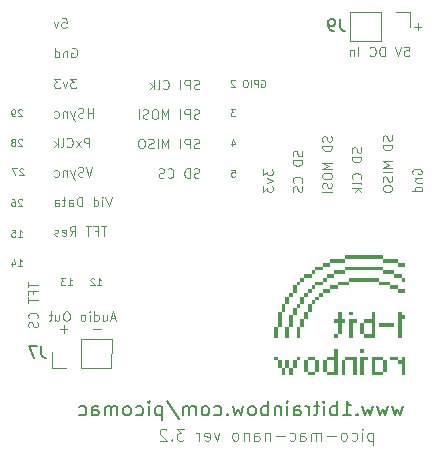
<source format=gbr>
%TF.GenerationSoftware,KiCad,Pcbnew,9.0.0*%
%TF.CreationDate,2025-05-12T14:44:43+01:00*%
%TF.ProjectId,KiCAD_uPicomac3_2,4b694341-445f-4755-9069-636f6d616333,rev?*%
%TF.SameCoordinates,Original*%
%TF.FileFunction,Legend,Bot*%
%TF.FilePolarity,Positive*%
%FSLAX46Y46*%
G04 Gerber Fmt 4.6, Leading zero omitted, Abs format (unit mm)*
G04 Created by KiCad (PCBNEW 9.0.0) date 2025-05-12 14:44:43*
%MOMM*%
%LPD*%
G01*
G04 APERTURE LIST*
%ADD10C,0.000000*%
%ADD11C,0.100000*%
%ADD12C,0.150000*%
%ADD13C,0.120000*%
G04 APERTURE END LIST*
D10*
G36*
X123256742Y-79384759D02*
G01*
X122939831Y-79384759D01*
X122939831Y-79067483D01*
X123256742Y-79067483D01*
X123256742Y-79384759D01*
G37*
G36*
X124845397Y-75574965D02*
G01*
X124528849Y-75574965D01*
X124528849Y-74940282D01*
X124845397Y-74940282D01*
X124845397Y-75574965D01*
G37*
G36*
X124208306Y-74622480D02*
G01*
X123891758Y-74622480D01*
X123891758Y-73987798D01*
X124208306Y-73987798D01*
X124208306Y-74622480D01*
G37*
G36*
X124527162Y-73988119D02*
G01*
X124209661Y-73988119D01*
X124209661Y-73670301D01*
X124527162Y-73670301D01*
X124527162Y-73988119D01*
G37*
G36*
X128336688Y-77479016D02*
G01*
X128020458Y-77479016D01*
X128020458Y-77162785D01*
X128336688Y-77162785D01*
X128336688Y-77479016D01*
G37*
G36*
X128018603Y-72400000D02*
G01*
X127384556Y-72400000D01*
X127384556Y-72083135D01*
X128018603Y-72083135D01*
X128018603Y-72400000D01*
G37*
G36*
X125478315Y-76527153D02*
G01*
X125161766Y-76527153D01*
X125161766Y-75892471D01*
X125478315Y-75892471D01*
X125478315Y-76527153D01*
G37*
G36*
X123575481Y-76527211D02*
G01*
X123254503Y-76527211D01*
X123254503Y-75257375D01*
X123575158Y-75257375D01*
X123575481Y-76527211D01*
G37*
G36*
X131831707Y-72716890D02*
G01*
X129290158Y-72716890D01*
X129290158Y-72399655D01*
X131831707Y-72399655D01*
X131831707Y-72716890D01*
G37*
G36*
X134051039Y-71446112D02*
G01*
X133416992Y-71446112D01*
X133416992Y-71129247D01*
X134051039Y-71129247D01*
X134051039Y-71446112D01*
G37*
G36*
X130557333Y-77162817D02*
G01*
X130242373Y-77162817D01*
X130242373Y-76210317D01*
X130557016Y-76210317D01*
X130557333Y-77162817D01*
G37*
G36*
X125162896Y-74940282D02*
G01*
X124845397Y-74940282D01*
X124845397Y-74622464D01*
X125162896Y-74622464D01*
X125162896Y-74940282D01*
G37*
G36*
X128338777Y-80655062D02*
G01*
X127384372Y-80655062D01*
X127384372Y-80338832D01*
X128015244Y-80338832D01*
X128015244Y-79386333D01*
X127384055Y-79386333D01*
X127384055Y-79068515D01*
X128016832Y-79068515D01*
X128018102Y-78433833D01*
X128338777Y-78433833D01*
X128338777Y-80655062D01*
G37*
G36*
X124843603Y-73670317D02*
G01*
X124527056Y-73670317D01*
X124527056Y-73035635D01*
X124843603Y-73035635D01*
X124843603Y-73670317D01*
G37*
G36*
X132146689Y-70811715D02*
G01*
X128971322Y-70811715D01*
X128971322Y-70495130D01*
X132146689Y-70495130D01*
X132146689Y-70811715D01*
G37*
G36*
X125161020Y-79384777D02*
G01*
X124844791Y-79384777D01*
X124844791Y-79068548D01*
X125161020Y-79068548D01*
X125161020Y-79384777D01*
G37*
G36*
X128971420Y-72083452D02*
G01*
X128018603Y-72083452D01*
X128018603Y-71764682D01*
X128971420Y-71764682D01*
X128971420Y-72083452D01*
G37*
G36*
X124844742Y-80019523D02*
G01*
X124528194Y-80019523D01*
X124528194Y-79384840D01*
X124844742Y-79384840D01*
X124844742Y-80019523D01*
G37*
G36*
X127384372Y-80338832D02*
G01*
X127069412Y-80338832D01*
X127069412Y-79386333D01*
X127384055Y-79386333D01*
X127384372Y-80338832D01*
G37*
G36*
X129922333Y-80653411D02*
G01*
X129608325Y-80655316D01*
X129608325Y-79386270D01*
X128970786Y-79385316D01*
X128970786Y-79068452D01*
X129922333Y-79068452D01*
X129922333Y-80653411D01*
G37*
G36*
X125794834Y-80338832D02*
G01*
X125479873Y-80338832D01*
X125479873Y-79386333D01*
X125794516Y-79386333D01*
X125794834Y-80338832D01*
G37*
G36*
X125796687Y-73987357D02*
G01*
X125479188Y-73987357D01*
X125479188Y-73669535D01*
X125796687Y-73669535D01*
X125796687Y-73987357D01*
G37*
G36*
X126115826Y-72400000D02*
G01*
X125478921Y-72400000D01*
X125478921Y-72083135D01*
X126115826Y-72083135D01*
X126115826Y-72400000D01*
G37*
G36*
X123892314Y-80654396D02*
G01*
X123575766Y-80654396D01*
X123575766Y-80019713D01*
X123892314Y-80019713D01*
X123892314Y-80654396D01*
G37*
G36*
X126115826Y-73670000D02*
G01*
X125797691Y-73670000D01*
X125797691Y-73351864D01*
X126115826Y-73351864D01*
X126115826Y-73670000D01*
G37*
G36*
X124527592Y-80654396D02*
G01*
X124211045Y-80654396D01*
X124211045Y-80019713D01*
X124527592Y-80019713D01*
X124527592Y-80654396D01*
G37*
G36*
X126431272Y-79385560D02*
G01*
X125796407Y-79385560D01*
X125796407Y-79067540D01*
X126431272Y-79067540D01*
X126431272Y-79385560D01*
G37*
G36*
X132463533Y-80338832D02*
G01*
X132148573Y-80338832D01*
X132148573Y-79386333D01*
X132463215Y-79386333D01*
X132463533Y-80338832D01*
G37*
G36*
X125479340Y-74622480D02*
G01*
X125162792Y-74622480D01*
X125162792Y-73987798D01*
X125479340Y-73987798D01*
X125479340Y-74622480D01*
G37*
G36*
X134052136Y-73669604D02*
G01*
X133416960Y-73669604D01*
X133416960Y-73352086D01*
X134052136Y-73352086D01*
X134052136Y-73669604D01*
G37*
G36*
X133732650Y-75574999D02*
G01*
X134049833Y-75574999D01*
X134049833Y-75892499D01*
X133733603Y-75892499D01*
X133733603Y-77479047D01*
X133417056Y-77479047D01*
X133417056Y-75257817D01*
X133732650Y-75257817D01*
X133732650Y-75574999D01*
G37*
G36*
X133734047Y-72400000D02*
G01*
X133100000Y-72400000D01*
X133100000Y-72083135D01*
X133734047Y-72083135D01*
X133734047Y-72400000D01*
G37*
G36*
X134050785Y-80655316D02*
G01*
X133733921Y-80655316D01*
X133733921Y-79708849D01*
X133417056Y-79708849D01*
X133417056Y-79385316D01*
X133734555Y-79386270D01*
X133734555Y-79068452D01*
X134050785Y-79068452D01*
X134050785Y-80655316D01*
G37*
G36*
X126749239Y-80338832D02*
G01*
X126434278Y-80338832D01*
X126434278Y-79386333D01*
X126748921Y-79386333D01*
X126749239Y-80338832D01*
G37*
G36*
X124210973Y-77479793D02*
G01*
X123894318Y-77479793D01*
X123894318Y-76527293D01*
X124210654Y-76527293D01*
X124210973Y-77479793D01*
G37*
G36*
X123574181Y-80019523D02*
G01*
X123257634Y-80019523D01*
X123257634Y-79384840D01*
X123574181Y-79384840D01*
X123574181Y-80019523D01*
G37*
G36*
X124527679Y-76527220D02*
G01*
X124211024Y-76527220D01*
X124211024Y-75574720D01*
X124527360Y-75574720D01*
X124527679Y-76527220D01*
G37*
G36*
X126431272Y-80654576D02*
G01*
X125796407Y-80654576D01*
X125796407Y-80336555D01*
X126431272Y-80336555D01*
X126431272Y-80654576D01*
G37*
G36*
X126432056Y-73351865D02*
G01*
X126115826Y-73351865D01*
X126115826Y-73035635D01*
X126432056Y-73035635D01*
X126432056Y-73351865D01*
G37*
G36*
X123254568Y-77479793D02*
G01*
X122937914Y-77479793D01*
X122937914Y-76527293D01*
X123254248Y-76527293D01*
X123254568Y-77479793D01*
G37*
G36*
X132148325Y-79386270D02*
G01*
X131510468Y-79386270D01*
X131510468Y-80338769D01*
X132148325Y-80338769D01*
X132148325Y-80655316D01*
X131192651Y-80655316D01*
X131192651Y-79068452D01*
X132148325Y-79068452D01*
X132148325Y-79386270D01*
G37*
G36*
X133417082Y-73351973D02*
G01*
X132781912Y-73351973D01*
X132781912Y-73034652D01*
X133417082Y-73034652D01*
X133417082Y-73351973D01*
G37*
G36*
X133097435Y-76527838D02*
G01*
X131827941Y-76527838D01*
X131827941Y-76210102D01*
X133097435Y-76210102D01*
X133097435Y-76527838D01*
G37*
G36*
X127384556Y-72717182D02*
G01*
X127067056Y-72717182D01*
X127067056Y-72400317D01*
X127384556Y-72400317D01*
X127384556Y-72717182D01*
G37*
G36*
X133416936Y-71129599D02*
G01*
X132147441Y-71129599D01*
X132147441Y-70811863D01*
X133416936Y-70811863D01*
X133416936Y-71129599D01*
G37*
G36*
X128970837Y-80653309D02*
G01*
X128655877Y-80653309D01*
X128655877Y-79386304D01*
X128970519Y-79386304D01*
X128970837Y-80653309D01*
G37*
G36*
X129289774Y-73034031D02*
G01*
X128338374Y-73034031D01*
X128338374Y-72717093D01*
X129289774Y-72717093D01*
X129289774Y-73034031D01*
G37*
G36*
X130559079Y-78749460D02*
G01*
X130242849Y-78749460D01*
X130242849Y-78433230D01*
X130559079Y-78433230D01*
X130559079Y-78749460D01*
G37*
G36*
X123890649Y-75257605D02*
G01*
X123574102Y-75257605D01*
X123574102Y-74622922D01*
X123890649Y-74622922D01*
X123890649Y-75257605D01*
G37*
G36*
X125161104Y-73035635D02*
G01*
X124843603Y-73035635D01*
X124843603Y-72717817D01*
X125161104Y-72717817D01*
X125161104Y-73035635D01*
G37*
G36*
X125161980Y-77479793D02*
G01*
X124845326Y-77479793D01*
X124845326Y-76527293D01*
X125161661Y-76527293D01*
X125161980Y-77479793D01*
G37*
G36*
X124209461Y-80019523D02*
G01*
X123892913Y-80019523D01*
X123892913Y-79384840D01*
X124209461Y-79384840D01*
X124209461Y-80019523D01*
G37*
G36*
X128653921Y-75892499D02*
G01*
X128970786Y-75892499D01*
X128970786Y-76209999D01*
X128652333Y-76209999D01*
X128652333Y-77162817D01*
X128336739Y-77162817D01*
X128336739Y-76209999D01*
X128020509Y-76209999D01*
X128020509Y-75892499D01*
X128336739Y-75892499D01*
X128336739Y-75257817D01*
X128653921Y-75257817D01*
X128653921Y-75892499D01*
G37*
G36*
X132781847Y-73034964D02*
G01*
X131830446Y-73034964D01*
X131830446Y-72718027D01*
X132781847Y-72718027D01*
X132781847Y-73034964D01*
G37*
G36*
X126432485Y-74622820D02*
G01*
X126114985Y-74622820D01*
X126114985Y-74304998D01*
X126432485Y-74304998D01*
X126432485Y-74622820D01*
G37*
G36*
X134051897Y-72718114D02*
G01*
X133734397Y-72718114D01*
X133734397Y-72401249D01*
X134051897Y-72401249D01*
X134051897Y-72718114D01*
G37*
G36*
X127067056Y-73035634D02*
G01*
X126432056Y-73035634D01*
X126432056Y-72716864D01*
X127067056Y-72716864D01*
X127067056Y-73035634D01*
G37*
G36*
X132148607Y-71764530D02*
G01*
X128971307Y-71764530D01*
X128971307Y-71444852D01*
X132148607Y-71444852D01*
X132148607Y-71764530D01*
G37*
G36*
X130876611Y-79386016D02*
G01*
X130557841Y-79386016D01*
X130557841Y-80655062D01*
X130243834Y-80655062D01*
X130242881Y-79068515D01*
X130876611Y-79068515D01*
X130876611Y-79386016D01*
G37*
G36*
X133417034Y-79385560D02*
G01*
X132782169Y-79385560D01*
X132782169Y-79067540D01*
X133417034Y-79067540D01*
X133417034Y-79385560D01*
G37*
G36*
X127701920Y-71447311D02*
G01*
X127067055Y-71447311D01*
X127067055Y-71129291D01*
X127701920Y-71129291D01*
X127701920Y-71447311D01*
G37*
G36*
X133100349Y-72083452D02*
G01*
X132147532Y-72083452D01*
X132147532Y-71764682D01*
X133100349Y-71764682D01*
X133100349Y-72083452D01*
G37*
G36*
X126749842Y-74305089D02*
G01*
X126432342Y-74305089D01*
X126432342Y-73987267D01*
X126749842Y-73987267D01*
X126749842Y-74305089D01*
G37*
G36*
X129921381Y-76209999D02*
G01*
X129602611Y-76209999D01*
X129602611Y-77479047D01*
X129288603Y-77479047D01*
X129287650Y-75892499D01*
X129921381Y-75892499D01*
X129921381Y-76209999D01*
G37*
G36*
X131511738Y-77479047D02*
G01*
X130557333Y-77479047D01*
X130557333Y-77162817D01*
X131188205Y-77162817D01*
X131188205Y-76210317D01*
X130557016Y-76210317D01*
X130557016Y-75892499D01*
X131189793Y-75892499D01*
X131191063Y-75257817D01*
X131511738Y-75257817D01*
X131511738Y-77479047D01*
G37*
G36*
X125795755Y-75892322D02*
G01*
X125479206Y-75892322D01*
X125479206Y-75257639D01*
X125795755Y-75257639D01*
X125795755Y-75892322D01*
G37*
G36*
X126432056Y-72083134D02*
G01*
X126115826Y-72083134D01*
X126115826Y-71764365D01*
X126432056Y-71764365D01*
X126432056Y-72083134D01*
G37*
G36*
X125478921Y-72718135D02*
G01*
X125161103Y-72718135D01*
X125161103Y-72400317D01*
X125478921Y-72400317D01*
X125478921Y-72718135D01*
G37*
G36*
X126115137Y-75257198D02*
G01*
X125798589Y-75257198D01*
X125798589Y-74622515D01*
X126115137Y-74622515D01*
X126115137Y-75257198D01*
G37*
G36*
X128335588Y-73350582D02*
G01*
X127701541Y-73350582D01*
X127701541Y-73033717D01*
X128335588Y-73033717D01*
X128335588Y-73350582D01*
G37*
G36*
X127067199Y-73987357D02*
G01*
X126749699Y-73987357D01*
X126749699Y-73669535D01*
X127067199Y-73669535D01*
X127067199Y-73987357D01*
G37*
G36*
X128971419Y-71129599D02*
G01*
X127701924Y-71129599D01*
X127701924Y-70811863D01*
X128971419Y-70811863D01*
X128971419Y-71129599D01*
G37*
G36*
X127066777Y-71764520D02*
G01*
X126431912Y-71764520D01*
X126431912Y-71446500D01*
X127066777Y-71446500D01*
X127066777Y-71764520D01*
G37*
G36*
X129608993Y-75573463D02*
G01*
X129292763Y-75573463D01*
X129292763Y-75257233D01*
X129608993Y-75257233D01*
X129608993Y-75573463D01*
G37*
G36*
X127701595Y-73669211D02*
G01*
X127067174Y-73669211D01*
X127067174Y-73350685D01*
X127701595Y-73350685D01*
X127701595Y-73669211D01*
G37*
D11*
X121851503Y-55651942D02*
X121908646Y-55623371D01*
X121908646Y-55623371D02*
X121994360Y-55623371D01*
X121994360Y-55623371D02*
X122080074Y-55651942D01*
X122080074Y-55651942D02*
X122137217Y-55709085D01*
X122137217Y-55709085D02*
X122165788Y-55766228D01*
X122165788Y-55766228D02*
X122194360Y-55880514D01*
X122194360Y-55880514D02*
X122194360Y-55966228D01*
X122194360Y-55966228D02*
X122165788Y-56080514D01*
X122165788Y-56080514D02*
X122137217Y-56137657D01*
X122137217Y-56137657D02*
X122080074Y-56194800D01*
X122080074Y-56194800D02*
X121994360Y-56223371D01*
X121994360Y-56223371D02*
X121937217Y-56223371D01*
X121937217Y-56223371D02*
X121851503Y-56194800D01*
X121851503Y-56194800D02*
X121822931Y-56166228D01*
X121822931Y-56166228D02*
X121822931Y-55966228D01*
X121822931Y-55966228D02*
X121937217Y-55966228D01*
X121565788Y-56223371D02*
X121565788Y-55623371D01*
X121565788Y-55623371D02*
X121337217Y-55623371D01*
X121337217Y-55623371D02*
X121280074Y-55651942D01*
X121280074Y-55651942D02*
X121251503Y-55680514D01*
X121251503Y-55680514D02*
X121222931Y-55737657D01*
X121222931Y-55737657D02*
X121222931Y-55823371D01*
X121222931Y-55823371D02*
X121251503Y-55880514D01*
X121251503Y-55880514D02*
X121280074Y-55909085D01*
X121280074Y-55909085D02*
X121337217Y-55937657D01*
X121337217Y-55937657D02*
X121565788Y-55937657D01*
X120965788Y-56223371D02*
X120965788Y-55623371D01*
X120565789Y-55623371D02*
X120451503Y-55623371D01*
X120451503Y-55623371D02*
X120394360Y-55651942D01*
X120394360Y-55651942D02*
X120337217Y-55709085D01*
X120337217Y-55709085D02*
X120308646Y-55823371D01*
X120308646Y-55823371D02*
X120308646Y-56023371D01*
X120308646Y-56023371D02*
X120337217Y-56137657D01*
X120337217Y-56137657D02*
X120394360Y-56194800D01*
X120394360Y-56194800D02*
X120451503Y-56223371D01*
X120451503Y-56223371D02*
X120565789Y-56223371D01*
X120565789Y-56223371D02*
X120622932Y-56194800D01*
X120622932Y-56194800D02*
X120680074Y-56137657D01*
X120680074Y-56137657D02*
X120708646Y-56023371D01*
X120708646Y-56023371D02*
X120708646Y-55823371D01*
X120708646Y-55823371D02*
X120680074Y-55709085D01*
X120680074Y-55709085D02*
X120622932Y-55651942D01*
X120622932Y-55651942D02*
X120565789Y-55623371D01*
X119622932Y-55680514D02*
X119594360Y-55651942D01*
X119594360Y-55651942D02*
X119537218Y-55623371D01*
X119537218Y-55623371D02*
X119394360Y-55623371D01*
X119394360Y-55623371D02*
X119337218Y-55651942D01*
X119337218Y-55651942D02*
X119308646Y-55680514D01*
X119308646Y-55680514D02*
X119280075Y-55737657D01*
X119280075Y-55737657D02*
X119280075Y-55794800D01*
X119280075Y-55794800D02*
X119308646Y-55880514D01*
X119308646Y-55880514D02*
X119651503Y-56223371D01*
X119651503Y-56223371D02*
X119280075Y-56223371D01*
X106184837Y-55532895D02*
X105689599Y-55532895D01*
X105689599Y-55532895D02*
X105956265Y-55837657D01*
X105956265Y-55837657D02*
X105841980Y-55837657D01*
X105841980Y-55837657D02*
X105765789Y-55875752D01*
X105765789Y-55875752D02*
X105727694Y-55913847D01*
X105727694Y-55913847D02*
X105689599Y-55990038D01*
X105689599Y-55990038D02*
X105689599Y-56180514D01*
X105689599Y-56180514D02*
X105727694Y-56256704D01*
X105727694Y-56256704D02*
X105765789Y-56294800D01*
X105765789Y-56294800D02*
X105841980Y-56332895D01*
X105841980Y-56332895D02*
X106070551Y-56332895D01*
X106070551Y-56332895D02*
X106146742Y-56294800D01*
X106146742Y-56294800D02*
X106184837Y-56256704D01*
X105422932Y-55799561D02*
X105232456Y-56332895D01*
X105232456Y-56332895D02*
X105041979Y-55799561D01*
X104813408Y-55532895D02*
X104318170Y-55532895D01*
X104318170Y-55532895D02*
X104584836Y-55837657D01*
X104584836Y-55837657D02*
X104470551Y-55837657D01*
X104470551Y-55837657D02*
X104394360Y-55875752D01*
X104394360Y-55875752D02*
X104356265Y-55913847D01*
X104356265Y-55913847D02*
X104318170Y-55990038D01*
X104318170Y-55990038D02*
X104318170Y-56180514D01*
X104318170Y-56180514D02*
X104356265Y-56256704D01*
X104356265Y-56256704D02*
X104394360Y-56294800D01*
X104394360Y-56294800D02*
X104470551Y-56332895D01*
X104470551Y-56332895D02*
X104699122Y-56332895D01*
X104699122Y-56332895D02*
X104775313Y-56294800D01*
X104775313Y-56294800D02*
X104813408Y-56256704D01*
X105451504Y-73023371D02*
X105794361Y-73023371D01*
X105622932Y-73023371D02*
X105622932Y-72423371D01*
X105622932Y-72423371D02*
X105680075Y-72509085D01*
X105680075Y-72509085D02*
X105737218Y-72566228D01*
X105737218Y-72566228D02*
X105794361Y-72594800D01*
X105251503Y-72423371D02*
X104880075Y-72423371D01*
X104880075Y-72423371D02*
X105080075Y-72651942D01*
X105080075Y-72651942D02*
X104994360Y-72651942D01*
X104994360Y-72651942D02*
X104937218Y-72680514D01*
X104937218Y-72680514D02*
X104908646Y-72709085D01*
X104908646Y-72709085D02*
X104880075Y-72766228D01*
X104880075Y-72766228D02*
X104880075Y-72909085D01*
X104880075Y-72909085D02*
X104908646Y-72966228D01*
X104908646Y-72966228D02*
X104937218Y-72994800D01*
X104937218Y-72994800D02*
X104994360Y-73023371D01*
X104994360Y-73023371D02*
X105165789Y-73023371D01*
X105165789Y-73023371D02*
X105222932Y-72994800D01*
X105222932Y-72994800D02*
X105251503Y-72966228D01*
X101594361Y-60680514D02*
X101565789Y-60651942D01*
X101565789Y-60651942D02*
X101508647Y-60623371D01*
X101508647Y-60623371D02*
X101365789Y-60623371D01*
X101365789Y-60623371D02*
X101308647Y-60651942D01*
X101308647Y-60651942D02*
X101280075Y-60680514D01*
X101280075Y-60680514D02*
X101251504Y-60737657D01*
X101251504Y-60737657D02*
X101251504Y-60794800D01*
X101251504Y-60794800D02*
X101280075Y-60880514D01*
X101280075Y-60880514D02*
X101622932Y-61223371D01*
X101622932Y-61223371D02*
X101251504Y-61223371D01*
X100908646Y-60880514D02*
X100965789Y-60851942D01*
X100965789Y-60851942D02*
X100994360Y-60823371D01*
X100994360Y-60823371D02*
X101022932Y-60766228D01*
X101022932Y-60766228D02*
X101022932Y-60737657D01*
X101022932Y-60737657D02*
X100994360Y-60680514D01*
X100994360Y-60680514D02*
X100965789Y-60651942D01*
X100965789Y-60651942D02*
X100908646Y-60623371D01*
X100908646Y-60623371D02*
X100794360Y-60623371D01*
X100794360Y-60623371D02*
X100737218Y-60651942D01*
X100737218Y-60651942D02*
X100708646Y-60680514D01*
X100708646Y-60680514D02*
X100680075Y-60737657D01*
X100680075Y-60737657D02*
X100680075Y-60766228D01*
X100680075Y-60766228D02*
X100708646Y-60823371D01*
X100708646Y-60823371D02*
X100737218Y-60851942D01*
X100737218Y-60851942D02*
X100794360Y-60880514D01*
X100794360Y-60880514D02*
X100908646Y-60880514D01*
X100908646Y-60880514D02*
X100965789Y-60909085D01*
X100965789Y-60909085D02*
X100994360Y-60937657D01*
X100994360Y-60937657D02*
X101022932Y-60994800D01*
X101022932Y-60994800D02*
X101022932Y-61109085D01*
X101022932Y-61109085D02*
X100994360Y-61166228D01*
X100994360Y-61166228D02*
X100965789Y-61194800D01*
X100965789Y-61194800D02*
X100908646Y-61223371D01*
X100908646Y-61223371D02*
X100794360Y-61223371D01*
X100794360Y-61223371D02*
X100737218Y-61194800D01*
X100737218Y-61194800D02*
X100708646Y-61166228D01*
X100708646Y-61166228D02*
X100680075Y-61109085D01*
X100680075Y-61109085D02*
X100680075Y-60994800D01*
X100680075Y-60994800D02*
X100708646Y-60937657D01*
X100708646Y-60937657D02*
X100737218Y-60909085D01*
X100737218Y-60909085D02*
X100794360Y-60880514D01*
X104965789Y-50432895D02*
X105346741Y-50432895D01*
X105346741Y-50432895D02*
X105384837Y-50813847D01*
X105384837Y-50813847D02*
X105346741Y-50775752D01*
X105346741Y-50775752D02*
X105270551Y-50737657D01*
X105270551Y-50737657D02*
X105080075Y-50737657D01*
X105080075Y-50737657D02*
X105003884Y-50775752D01*
X105003884Y-50775752D02*
X104965789Y-50813847D01*
X104965789Y-50813847D02*
X104927694Y-50890038D01*
X104927694Y-50890038D02*
X104927694Y-51080514D01*
X104927694Y-51080514D02*
X104965789Y-51156704D01*
X104965789Y-51156704D02*
X105003884Y-51194800D01*
X105003884Y-51194800D02*
X105080075Y-51232895D01*
X105080075Y-51232895D02*
X105270551Y-51232895D01*
X105270551Y-51232895D02*
X105346741Y-51194800D01*
X105346741Y-51194800D02*
X105384837Y-51156704D01*
X104661027Y-50699561D02*
X104470551Y-51232895D01*
X104470551Y-51232895D02*
X104280074Y-50699561D01*
X130294800Y-61348495D02*
X130332895Y-61462781D01*
X130332895Y-61462781D02*
X130332895Y-61653257D01*
X130332895Y-61653257D02*
X130294800Y-61729448D01*
X130294800Y-61729448D02*
X130256704Y-61767543D01*
X130256704Y-61767543D02*
X130180514Y-61805638D01*
X130180514Y-61805638D02*
X130104323Y-61805638D01*
X130104323Y-61805638D02*
X130028133Y-61767543D01*
X130028133Y-61767543D02*
X129990038Y-61729448D01*
X129990038Y-61729448D02*
X129951942Y-61653257D01*
X129951942Y-61653257D02*
X129913847Y-61500876D01*
X129913847Y-61500876D02*
X129875752Y-61424686D01*
X129875752Y-61424686D02*
X129837657Y-61386591D01*
X129837657Y-61386591D02*
X129761466Y-61348495D01*
X129761466Y-61348495D02*
X129685276Y-61348495D01*
X129685276Y-61348495D02*
X129609085Y-61386591D01*
X129609085Y-61386591D02*
X129570990Y-61424686D01*
X129570990Y-61424686D02*
X129532895Y-61500876D01*
X129532895Y-61500876D02*
X129532895Y-61691353D01*
X129532895Y-61691353D02*
X129570990Y-61805638D01*
X130332895Y-62148496D02*
X129532895Y-62148496D01*
X129532895Y-62148496D02*
X129532895Y-62338972D01*
X129532895Y-62338972D02*
X129570990Y-62453258D01*
X129570990Y-62453258D02*
X129647180Y-62529448D01*
X129647180Y-62529448D02*
X129723371Y-62567543D01*
X129723371Y-62567543D02*
X129875752Y-62605639D01*
X129875752Y-62605639D02*
X129990038Y-62605639D01*
X129990038Y-62605639D02*
X130142419Y-62567543D01*
X130142419Y-62567543D02*
X130218609Y-62529448D01*
X130218609Y-62529448D02*
X130294800Y-62453258D01*
X130294800Y-62453258D02*
X130332895Y-62338972D01*
X130332895Y-62338972D02*
X130332895Y-62148496D01*
X130256704Y-64015163D02*
X130294800Y-63977067D01*
X130294800Y-63977067D02*
X130332895Y-63862782D01*
X130332895Y-63862782D02*
X130332895Y-63786591D01*
X130332895Y-63786591D02*
X130294800Y-63672305D01*
X130294800Y-63672305D02*
X130218609Y-63596115D01*
X130218609Y-63596115D02*
X130142419Y-63558020D01*
X130142419Y-63558020D02*
X129990038Y-63519924D01*
X129990038Y-63519924D02*
X129875752Y-63519924D01*
X129875752Y-63519924D02*
X129723371Y-63558020D01*
X129723371Y-63558020D02*
X129647180Y-63596115D01*
X129647180Y-63596115D02*
X129570990Y-63672305D01*
X129570990Y-63672305D02*
X129532895Y-63786591D01*
X129532895Y-63786591D02*
X129532895Y-63862782D01*
X129532895Y-63862782D02*
X129570990Y-63977067D01*
X129570990Y-63977067D02*
X129609085Y-64015163D01*
X130332895Y-64472305D02*
X130294800Y-64396115D01*
X130294800Y-64396115D02*
X130218609Y-64358020D01*
X130218609Y-64358020D02*
X129532895Y-64358020D01*
X130332895Y-64777068D02*
X129532895Y-64777068D01*
X130028133Y-64853258D02*
X130332895Y-65081830D01*
X129799561Y-65081830D02*
X130104323Y-64777068D01*
D12*
X133829887Y-83245342D02*
X133601316Y-84045342D01*
X133601316Y-84045342D02*
X133372744Y-83473914D01*
X133372744Y-83473914D02*
X133144173Y-84045342D01*
X133144173Y-84045342D02*
X132915601Y-83245342D01*
X132572744Y-83245342D02*
X132344173Y-84045342D01*
X132344173Y-84045342D02*
X132115601Y-83473914D01*
X132115601Y-83473914D02*
X131887030Y-84045342D01*
X131887030Y-84045342D02*
X131658458Y-83245342D01*
X131315601Y-83245342D02*
X131087030Y-84045342D01*
X131087030Y-84045342D02*
X130858458Y-83473914D01*
X130858458Y-83473914D02*
X130629887Y-84045342D01*
X130629887Y-84045342D02*
X130401315Y-83245342D01*
X129944172Y-83931057D02*
X129887029Y-83988200D01*
X129887029Y-83988200D02*
X129944172Y-84045342D01*
X129944172Y-84045342D02*
X130001315Y-83988200D01*
X130001315Y-83988200D02*
X129944172Y-83931057D01*
X129944172Y-83931057D02*
X129944172Y-84045342D01*
X128744172Y-84045342D02*
X129429886Y-84045342D01*
X129087029Y-84045342D02*
X129087029Y-82845342D01*
X129087029Y-82845342D02*
X129201315Y-83016771D01*
X129201315Y-83016771D02*
X129315600Y-83131057D01*
X129315600Y-83131057D02*
X129429886Y-83188200D01*
X128229886Y-84045342D02*
X128229886Y-82845342D01*
X128229886Y-83302485D02*
X128115601Y-83245342D01*
X128115601Y-83245342D02*
X127887029Y-83245342D01*
X127887029Y-83245342D02*
X127772743Y-83302485D01*
X127772743Y-83302485D02*
X127715601Y-83359628D01*
X127715601Y-83359628D02*
X127658458Y-83473914D01*
X127658458Y-83473914D02*
X127658458Y-83816771D01*
X127658458Y-83816771D02*
X127715601Y-83931057D01*
X127715601Y-83931057D02*
X127772743Y-83988200D01*
X127772743Y-83988200D02*
X127887029Y-84045342D01*
X127887029Y-84045342D02*
X128115601Y-84045342D01*
X128115601Y-84045342D02*
X128229886Y-83988200D01*
X127144172Y-84045342D02*
X127144172Y-83245342D01*
X127144172Y-82845342D02*
X127201315Y-82902485D01*
X127201315Y-82902485D02*
X127144172Y-82959628D01*
X127144172Y-82959628D02*
X127087029Y-82902485D01*
X127087029Y-82902485D02*
X127144172Y-82845342D01*
X127144172Y-82845342D02*
X127144172Y-82959628D01*
X126744172Y-83245342D02*
X126287029Y-83245342D01*
X126572743Y-82845342D02*
X126572743Y-83873914D01*
X126572743Y-83873914D02*
X126515600Y-83988200D01*
X126515600Y-83988200D02*
X126401315Y-84045342D01*
X126401315Y-84045342D02*
X126287029Y-84045342D01*
X125887029Y-84045342D02*
X125887029Y-83245342D01*
X125887029Y-83473914D02*
X125829886Y-83359628D01*
X125829886Y-83359628D02*
X125772744Y-83302485D01*
X125772744Y-83302485D02*
X125658458Y-83245342D01*
X125658458Y-83245342D02*
X125544172Y-83245342D01*
X124629887Y-84045342D02*
X124629887Y-83416771D01*
X124629887Y-83416771D02*
X124687029Y-83302485D01*
X124687029Y-83302485D02*
X124801315Y-83245342D01*
X124801315Y-83245342D02*
X125029887Y-83245342D01*
X125029887Y-83245342D02*
X125144172Y-83302485D01*
X124629887Y-83988200D02*
X124744172Y-84045342D01*
X124744172Y-84045342D02*
X125029887Y-84045342D01*
X125029887Y-84045342D02*
X125144172Y-83988200D01*
X125144172Y-83988200D02*
X125201315Y-83873914D01*
X125201315Y-83873914D02*
X125201315Y-83759628D01*
X125201315Y-83759628D02*
X125144172Y-83645342D01*
X125144172Y-83645342D02*
X125029887Y-83588200D01*
X125029887Y-83588200D02*
X124744172Y-83588200D01*
X124744172Y-83588200D02*
X124629887Y-83531057D01*
X124058458Y-84045342D02*
X124058458Y-83245342D01*
X124058458Y-82845342D02*
X124115601Y-82902485D01*
X124115601Y-82902485D02*
X124058458Y-82959628D01*
X124058458Y-82959628D02*
X124001315Y-82902485D01*
X124001315Y-82902485D02*
X124058458Y-82845342D01*
X124058458Y-82845342D02*
X124058458Y-82959628D01*
X123487029Y-83245342D02*
X123487029Y-84045342D01*
X123487029Y-83359628D02*
X123429886Y-83302485D01*
X123429886Y-83302485D02*
X123315601Y-83245342D01*
X123315601Y-83245342D02*
X123144172Y-83245342D01*
X123144172Y-83245342D02*
X123029886Y-83302485D01*
X123029886Y-83302485D02*
X122972744Y-83416771D01*
X122972744Y-83416771D02*
X122972744Y-84045342D01*
X122401315Y-84045342D02*
X122401315Y-82845342D01*
X122401315Y-83302485D02*
X122287030Y-83245342D01*
X122287030Y-83245342D02*
X122058458Y-83245342D01*
X122058458Y-83245342D02*
X121944172Y-83302485D01*
X121944172Y-83302485D02*
X121887030Y-83359628D01*
X121887030Y-83359628D02*
X121829887Y-83473914D01*
X121829887Y-83473914D02*
X121829887Y-83816771D01*
X121829887Y-83816771D02*
X121887030Y-83931057D01*
X121887030Y-83931057D02*
X121944172Y-83988200D01*
X121944172Y-83988200D02*
X122058458Y-84045342D01*
X122058458Y-84045342D02*
X122287030Y-84045342D01*
X122287030Y-84045342D02*
X122401315Y-83988200D01*
X121144173Y-84045342D02*
X121258458Y-83988200D01*
X121258458Y-83988200D02*
X121315601Y-83931057D01*
X121315601Y-83931057D02*
X121372744Y-83816771D01*
X121372744Y-83816771D02*
X121372744Y-83473914D01*
X121372744Y-83473914D02*
X121315601Y-83359628D01*
X121315601Y-83359628D02*
X121258458Y-83302485D01*
X121258458Y-83302485D02*
X121144173Y-83245342D01*
X121144173Y-83245342D02*
X120972744Y-83245342D01*
X120972744Y-83245342D02*
X120858458Y-83302485D01*
X120858458Y-83302485D02*
X120801316Y-83359628D01*
X120801316Y-83359628D02*
X120744173Y-83473914D01*
X120744173Y-83473914D02*
X120744173Y-83816771D01*
X120744173Y-83816771D02*
X120801316Y-83931057D01*
X120801316Y-83931057D02*
X120858458Y-83988200D01*
X120858458Y-83988200D02*
X120972744Y-84045342D01*
X120972744Y-84045342D02*
X121144173Y-84045342D01*
X120344173Y-83245342D02*
X120115602Y-84045342D01*
X120115602Y-84045342D02*
X119887030Y-83473914D01*
X119887030Y-83473914D02*
X119658459Y-84045342D01*
X119658459Y-84045342D02*
X119429887Y-83245342D01*
X118972744Y-83931057D02*
X118915601Y-83988200D01*
X118915601Y-83988200D02*
X118972744Y-84045342D01*
X118972744Y-84045342D02*
X119029887Y-83988200D01*
X119029887Y-83988200D02*
X118972744Y-83931057D01*
X118972744Y-83931057D02*
X118972744Y-84045342D01*
X117887030Y-83988200D02*
X118001315Y-84045342D01*
X118001315Y-84045342D02*
X118229887Y-84045342D01*
X118229887Y-84045342D02*
X118344172Y-83988200D01*
X118344172Y-83988200D02*
X118401315Y-83931057D01*
X118401315Y-83931057D02*
X118458458Y-83816771D01*
X118458458Y-83816771D02*
X118458458Y-83473914D01*
X118458458Y-83473914D02*
X118401315Y-83359628D01*
X118401315Y-83359628D02*
X118344172Y-83302485D01*
X118344172Y-83302485D02*
X118229887Y-83245342D01*
X118229887Y-83245342D02*
X118001315Y-83245342D01*
X118001315Y-83245342D02*
X117887030Y-83302485D01*
X117201316Y-84045342D02*
X117315601Y-83988200D01*
X117315601Y-83988200D02*
X117372744Y-83931057D01*
X117372744Y-83931057D02*
X117429887Y-83816771D01*
X117429887Y-83816771D02*
X117429887Y-83473914D01*
X117429887Y-83473914D02*
X117372744Y-83359628D01*
X117372744Y-83359628D02*
X117315601Y-83302485D01*
X117315601Y-83302485D02*
X117201316Y-83245342D01*
X117201316Y-83245342D02*
X117029887Y-83245342D01*
X117029887Y-83245342D02*
X116915601Y-83302485D01*
X116915601Y-83302485D02*
X116858459Y-83359628D01*
X116858459Y-83359628D02*
X116801316Y-83473914D01*
X116801316Y-83473914D02*
X116801316Y-83816771D01*
X116801316Y-83816771D02*
X116858459Y-83931057D01*
X116858459Y-83931057D02*
X116915601Y-83988200D01*
X116915601Y-83988200D02*
X117029887Y-84045342D01*
X117029887Y-84045342D02*
X117201316Y-84045342D01*
X116287030Y-84045342D02*
X116287030Y-83245342D01*
X116287030Y-83359628D02*
X116229887Y-83302485D01*
X116229887Y-83302485D02*
X116115602Y-83245342D01*
X116115602Y-83245342D02*
X115944173Y-83245342D01*
X115944173Y-83245342D02*
X115829887Y-83302485D01*
X115829887Y-83302485D02*
X115772745Y-83416771D01*
X115772745Y-83416771D02*
X115772745Y-84045342D01*
X115772745Y-83416771D02*
X115715602Y-83302485D01*
X115715602Y-83302485D02*
X115601316Y-83245342D01*
X115601316Y-83245342D02*
X115429887Y-83245342D01*
X115429887Y-83245342D02*
X115315602Y-83302485D01*
X115315602Y-83302485D02*
X115258459Y-83416771D01*
X115258459Y-83416771D02*
X115258459Y-84045342D01*
X113829887Y-82788200D02*
X114858459Y-84331057D01*
X113429887Y-83245342D02*
X113429887Y-84445342D01*
X113429887Y-83302485D02*
X113315602Y-83245342D01*
X113315602Y-83245342D02*
X113087030Y-83245342D01*
X113087030Y-83245342D02*
X112972744Y-83302485D01*
X112972744Y-83302485D02*
X112915602Y-83359628D01*
X112915602Y-83359628D02*
X112858459Y-83473914D01*
X112858459Y-83473914D02*
X112858459Y-83816771D01*
X112858459Y-83816771D02*
X112915602Y-83931057D01*
X112915602Y-83931057D02*
X112972744Y-83988200D01*
X112972744Y-83988200D02*
X113087030Y-84045342D01*
X113087030Y-84045342D02*
X113315602Y-84045342D01*
X113315602Y-84045342D02*
X113429887Y-83988200D01*
X112344173Y-84045342D02*
X112344173Y-83245342D01*
X112344173Y-82845342D02*
X112401316Y-82902485D01*
X112401316Y-82902485D02*
X112344173Y-82959628D01*
X112344173Y-82959628D02*
X112287030Y-82902485D01*
X112287030Y-82902485D02*
X112344173Y-82845342D01*
X112344173Y-82845342D02*
X112344173Y-82959628D01*
X111258459Y-83988200D02*
X111372744Y-84045342D01*
X111372744Y-84045342D02*
X111601316Y-84045342D01*
X111601316Y-84045342D02*
X111715601Y-83988200D01*
X111715601Y-83988200D02*
X111772744Y-83931057D01*
X111772744Y-83931057D02*
X111829887Y-83816771D01*
X111829887Y-83816771D02*
X111829887Y-83473914D01*
X111829887Y-83473914D02*
X111772744Y-83359628D01*
X111772744Y-83359628D02*
X111715601Y-83302485D01*
X111715601Y-83302485D02*
X111601316Y-83245342D01*
X111601316Y-83245342D02*
X111372744Y-83245342D01*
X111372744Y-83245342D02*
X111258459Y-83302485D01*
X110572745Y-84045342D02*
X110687030Y-83988200D01*
X110687030Y-83988200D02*
X110744173Y-83931057D01*
X110744173Y-83931057D02*
X110801316Y-83816771D01*
X110801316Y-83816771D02*
X110801316Y-83473914D01*
X110801316Y-83473914D02*
X110744173Y-83359628D01*
X110744173Y-83359628D02*
X110687030Y-83302485D01*
X110687030Y-83302485D02*
X110572745Y-83245342D01*
X110572745Y-83245342D02*
X110401316Y-83245342D01*
X110401316Y-83245342D02*
X110287030Y-83302485D01*
X110287030Y-83302485D02*
X110229888Y-83359628D01*
X110229888Y-83359628D02*
X110172745Y-83473914D01*
X110172745Y-83473914D02*
X110172745Y-83816771D01*
X110172745Y-83816771D02*
X110229888Y-83931057D01*
X110229888Y-83931057D02*
X110287030Y-83988200D01*
X110287030Y-83988200D02*
X110401316Y-84045342D01*
X110401316Y-84045342D02*
X110572745Y-84045342D01*
X109658459Y-84045342D02*
X109658459Y-83245342D01*
X109658459Y-83359628D02*
X109601316Y-83302485D01*
X109601316Y-83302485D02*
X109487031Y-83245342D01*
X109487031Y-83245342D02*
X109315602Y-83245342D01*
X109315602Y-83245342D02*
X109201316Y-83302485D01*
X109201316Y-83302485D02*
X109144174Y-83416771D01*
X109144174Y-83416771D02*
X109144174Y-84045342D01*
X109144174Y-83416771D02*
X109087031Y-83302485D01*
X109087031Y-83302485D02*
X108972745Y-83245342D01*
X108972745Y-83245342D02*
X108801316Y-83245342D01*
X108801316Y-83245342D02*
X108687031Y-83302485D01*
X108687031Y-83302485D02*
X108629888Y-83416771D01*
X108629888Y-83416771D02*
X108629888Y-84045342D01*
X107544174Y-84045342D02*
X107544174Y-83416771D01*
X107544174Y-83416771D02*
X107601316Y-83302485D01*
X107601316Y-83302485D02*
X107715602Y-83245342D01*
X107715602Y-83245342D02*
X107944174Y-83245342D01*
X107944174Y-83245342D02*
X108058459Y-83302485D01*
X107544174Y-83988200D02*
X107658459Y-84045342D01*
X107658459Y-84045342D02*
X107944174Y-84045342D01*
X107944174Y-84045342D02*
X108058459Y-83988200D01*
X108058459Y-83988200D02*
X108115602Y-83873914D01*
X108115602Y-83873914D02*
X108115602Y-83759628D01*
X108115602Y-83759628D02*
X108058459Y-83645342D01*
X108058459Y-83645342D02*
X107944174Y-83588200D01*
X107944174Y-83588200D02*
X107658459Y-83588200D01*
X107658459Y-83588200D02*
X107544174Y-83531057D01*
X106458460Y-83988200D02*
X106572745Y-84045342D01*
X106572745Y-84045342D02*
X106801317Y-84045342D01*
X106801317Y-84045342D02*
X106915602Y-83988200D01*
X106915602Y-83988200D02*
X106972745Y-83931057D01*
X106972745Y-83931057D02*
X107029888Y-83816771D01*
X107029888Y-83816771D02*
X107029888Y-83473914D01*
X107029888Y-83473914D02*
X106972745Y-83359628D01*
X106972745Y-83359628D02*
X106915602Y-83302485D01*
X106915602Y-83302485D02*
X106801317Y-83245342D01*
X106801317Y-83245342D02*
X106572745Y-83245342D01*
X106572745Y-83245342D02*
X106458460Y-83302485D01*
D11*
X116581830Y-58894800D02*
X116467544Y-58932895D01*
X116467544Y-58932895D02*
X116277068Y-58932895D01*
X116277068Y-58932895D02*
X116200877Y-58894800D01*
X116200877Y-58894800D02*
X116162782Y-58856704D01*
X116162782Y-58856704D02*
X116124687Y-58780514D01*
X116124687Y-58780514D02*
X116124687Y-58704323D01*
X116124687Y-58704323D02*
X116162782Y-58628133D01*
X116162782Y-58628133D02*
X116200877Y-58590038D01*
X116200877Y-58590038D02*
X116277068Y-58551942D01*
X116277068Y-58551942D02*
X116429449Y-58513847D01*
X116429449Y-58513847D02*
X116505639Y-58475752D01*
X116505639Y-58475752D02*
X116543734Y-58437657D01*
X116543734Y-58437657D02*
X116581830Y-58361466D01*
X116581830Y-58361466D02*
X116581830Y-58285276D01*
X116581830Y-58285276D02*
X116543734Y-58209085D01*
X116543734Y-58209085D02*
X116505639Y-58170990D01*
X116505639Y-58170990D02*
X116429449Y-58132895D01*
X116429449Y-58132895D02*
X116238972Y-58132895D01*
X116238972Y-58132895D02*
X116124687Y-58170990D01*
X115781829Y-58932895D02*
X115781829Y-58132895D01*
X115781829Y-58132895D02*
X115477067Y-58132895D01*
X115477067Y-58132895D02*
X115400877Y-58170990D01*
X115400877Y-58170990D02*
X115362782Y-58209085D01*
X115362782Y-58209085D02*
X115324686Y-58285276D01*
X115324686Y-58285276D02*
X115324686Y-58399561D01*
X115324686Y-58399561D02*
X115362782Y-58475752D01*
X115362782Y-58475752D02*
X115400877Y-58513847D01*
X115400877Y-58513847D02*
X115477067Y-58551942D01*
X115477067Y-58551942D02*
X115781829Y-58551942D01*
X114981829Y-58932895D02*
X114981829Y-58132895D01*
X113991353Y-58932895D02*
X113991353Y-58132895D01*
X113991353Y-58132895D02*
X113724687Y-58704323D01*
X113724687Y-58704323D02*
X113458020Y-58132895D01*
X113458020Y-58132895D02*
X113458020Y-58932895D01*
X112924686Y-58132895D02*
X112772305Y-58132895D01*
X112772305Y-58132895D02*
X112696115Y-58170990D01*
X112696115Y-58170990D02*
X112619924Y-58247180D01*
X112619924Y-58247180D02*
X112581829Y-58399561D01*
X112581829Y-58399561D02*
X112581829Y-58666228D01*
X112581829Y-58666228D02*
X112619924Y-58818609D01*
X112619924Y-58818609D02*
X112696115Y-58894800D01*
X112696115Y-58894800D02*
X112772305Y-58932895D01*
X112772305Y-58932895D02*
X112924686Y-58932895D01*
X112924686Y-58932895D02*
X113000877Y-58894800D01*
X113000877Y-58894800D02*
X113077067Y-58818609D01*
X113077067Y-58818609D02*
X113115163Y-58666228D01*
X113115163Y-58666228D02*
X113115163Y-58399561D01*
X113115163Y-58399561D02*
X113077067Y-58247180D01*
X113077067Y-58247180D02*
X113000877Y-58170990D01*
X113000877Y-58170990D02*
X112924686Y-58132895D01*
X112277068Y-58894800D02*
X112162782Y-58932895D01*
X112162782Y-58932895D02*
X111972306Y-58932895D01*
X111972306Y-58932895D02*
X111896115Y-58894800D01*
X111896115Y-58894800D02*
X111858020Y-58856704D01*
X111858020Y-58856704D02*
X111819925Y-58780514D01*
X111819925Y-58780514D02*
X111819925Y-58704323D01*
X111819925Y-58704323D02*
X111858020Y-58628133D01*
X111858020Y-58628133D02*
X111896115Y-58590038D01*
X111896115Y-58590038D02*
X111972306Y-58551942D01*
X111972306Y-58551942D02*
X112124687Y-58513847D01*
X112124687Y-58513847D02*
X112200877Y-58475752D01*
X112200877Y-58475752D02*
X112238972Y-58437657D01*
X112238972Y-58437657D02*
X112277068Y-58361466D01*
X112277068Y-58361466D02*
X112277068Y-58285276D01*
X112277068Y-58285276D02*
X112238972Y-58209085D01*
X112238972Y-58209085D02*
X112200877Y-58170990D01*
X112200877Y-58170990D02*
X112124687Y-58132895D01*
X112124687Y-58132895D02*
X111934210Y-58132895D01*
X111934210Y-58132895D02*
X111819925Y-58170990D01*
X111477067Y-58932895D02*
X111477067Y-58132895D01*
X119308646Y-63223371D02*
X119594360Y-63223371D01*
X119594360Y-63223371D02*
X119622932Y-63509085D01*
X119622932Y-63509085D02*
X119594360Y-63480514D01*
X119594360Y-63480514D02*
X119537218Y-63451942D01*
X119537218Y-63451942D02*
X119394360Y-63451942D01*
X119394360Y-63451942D02*
X119337218Y-63480514D01*
X119337218Y-63480514D02*
X119308646Y-63509085D01*
X119308646Y-63509085D02*
X119280075Y-63566228D01*
X119280075Y-63566228D02*
X119280075Y-63709085D01*
X119280075Y-63709085D02*
X119308646Y-63766228D01*
X119308646Y-63766228D02*
X119337218Y-63794800D01*
X119337218Y-63794800D02*
X119394360Y-63823371D01*
X119394360Y-63823371D02*
X119537218Y-63823371D01*
X119537218Y-63823371D02*
X119594360Y-63794800D01*
X119594360Y-63794800D02*
X119622932Y-63766228D01*
X109481830Y-75804323D02*
X109100877Y-75804323D01*
X109558020Y-76032895D02*
X109291353Y-75232895D01*
X109291353Y-75232895D02*
X109024687Y-76032895D01*
X108415163Y-75499561D02*
X108415163Y-76032895D01*
X108758020Y-75499561D02*
X108758020Y-75918609D01*
X108758020Y-75918609D02*
X108719925Y-75994800D01*
X108719925Y-75994800D02*
X108643735Y-76032895D01*
X108643735Y-76032895D02*
X108529449Y-76032895D01*
X108529449Y-76032895D02*
X108453258Y-75994800D01*
X108453258Y-75994800D02*
X108415163Y-75956704D01*
X107691353Y-76032895D02*
X107691353Y-75232895D01*
X107691353Y-75994800D02*
X107767544Y-76032895D01*
X107767544Y-76032895D02*
X107919925Y-76032895D01*
X107919925Y-76032895D02*
X107996115Y-75994800D01*
X107996115Y-75994800D02*
X108034210Y-75956704D01*
X108034210Y-75956704D02*
X108072306Y-75880514D01*
X108072306Y-75880514D02*
X108072306Y-75651942D01*
X108072306Y-75651942D02*
X108034210Y-75575752D01*
X108034210Y-75575752D02*
X107996115Y-75537657D01*
X107996115Y-75537657D02*
X107919925Y-75499561D01*
X107919925Y-75499561D02*
X107767544Y-75499561D01*
X107767544Y-75499561D02*
X107691353Y-75537657D01*
X107310400Y-76032895D02*
X107310400Y-75499561D01*
X107310400Y-75232895D02*
X107348496Y-75270990D01*
X107348496Y-75270990D02*
X107310400Y-75309085D01*
X107310400Y-75309085D02*
X107272305Y-75270990D01*
X107272305Y-75270990D02*
X107310400Y-75232895D01*
X107310400Y-75232895D02*
X107310400Y-75309085D01*
X106815163Y-76032895D02*
X106891353Y-75994800D01*
X106891353Y-75994800D02*
X106929448Y-75956704D01*
X106929448Y-75956704D02*
X106967544Y-75880514D01*
X106967544Y-75880514D02*
X106967544Y-75651942D01*
X106967544Y-75651942D02*
X106929448Y-75575752D01*
X106929448Y-75575752D02*
X106891353Y-75537657D01*
X106891353Y-75537657D02*
X106815163Y-75499561D01*
X106815163Y-75499561D02*
X106700877Y-75499561D01*
X106700877Y-75499561D02*
X106624686Y-75537657D01*
X106624686Y-75537657D02*
X106586591Y-75575752D01*
X106586591Y-75575752D02*
X106548496Y-75651942D01*
X106548496Y-75651942D02*
X106548496Y-75880514D01*
X106548496Y-75880514D02*
X106586591Y-75956704D01*
X106586591Y-75956704D02*
X106624686Y-75994800D01*
X106624686Y-75994800D02*
X106700877Y-76032895D01*
X106700877Y-76032895D02*
X106815163Y-76032895D01*
X105443733Y-75232895D02*
X105291352Y-75232895D01*
X105291352Y-75232895D02*
X105215162Y-75270990D01*
X105215162Y-75270990D02*
X105138971Y-75347180D01*
X105138971Y-75347180D02*
X105100876Y-75499561D01*
X105100876Y-75499561D02*
X105100876Y-75766228D01*
X105100876Y-75766228D02*
X105138971Y-75918609D01*
X105138971Y-75918609D02*
X105215162Y-75994800D01*
X105215162Y-75994800D02*
X105291352Y-76032895D01*
X105291352Y-76032895D02*
X105443733Y-76032895D01*
X105443733Y-76032895D02*
X105519924Y-75994800D01*
X105519924Y-75994800D02*
X105596114Y-75918609D01*
X105596114Y-75918609D02*
X105634210Y-75766228D01*
X105634210Y-75766228D02*
X105634210Y-75499561D01*
X105634210Y-75499561D02*
X105596114Y-75347180D01*
X105596114Y-75347180D02*
X105519924Y-75270990D01*
X105519924Y-75270990D02*
X105443733Y-75232895D01*
X104415162Y-75499561D02*
X104415162Y-76032895D01*
X104758019Y-75499561D02*
X104758019Y-75918609D01*
X104758019Y-75918609D02*
X104719924Y-75994800D01*
X104719924Y-75994800D02*
X104643734Y-76032895D01*
X104643734Y-76032895D02*
X104529448Y-76032895D01*
X104529448Y-76032895D02*
X104453257Y-75994800D01*
X104453257Y-75994800D02*
X104415162Y-75956704D01*
X104148495Y-75499561D02*
X103843733Y-75499561D01*
X104034209Y-75232895D02*
X104034209Y-75918609D01*
X104034209Y-75918609D02*
X103996114Y-75994800D01*
X103996114Y-75994800D02*
X103919924Y-76032895D01*
X103919924Y-76032895D02*
X103843733Y-76032895D01*
X109194361Y-65532895D02*
X108927694Y-66332895D01*
X108927694Y-66332895D02*
X108661028Y-65532895D01*
X108394361Y-66332895D02*
X108394361Y-65799561D01*
X108394361Y-65532895D02*
X108432457Y-65570990D01*
X108432457Y-65570990D02*
X108394361Y-65609085D01*
X108394361Y-65609085D02*
X108356266Y-65570990D01*
X108356266Y-65570990D02*
X108394361Y-65532895D01*
X108394361Y-65532895D02*
X108394361Y-65609085D01*
X107670552Y-66332895D02*
X107670552Y-65532895D01*
X107670552Y-66294800D02*
X107746743Y-66332895D01*
X107746743Y-66332895D02*
X107899124Y-66332895D01*
X107899124Y-66332895D02*
X107975314Y-66294800D01*
X107975314Y-66294800D02*
X108013409Y-66256704D01*
X108013409Y-66256704D02*
X108051505Y-66180514D01*
X108051505Y-66180514D02*
X108051505Y-65951942D01*
X108051505Y-65951942D02*
X108013409Y-65875752D01*
X108013409Y-65875752D02*
X107975314Y-65837657D01*
X107975314Y-65837657D02*
X107899124Y-65799561D01*
X107899124Y-65799561D02*
X107746743Y-65799561D01*
X107746743Y-65799561D02*
X107670552Y-65837657D01*
X106680075Y-66332895D02*
X106680075Y-65532895D01*
X106680075Y-65532895D02*
X106489599Y-65532895D01*
X106489599Y-65532895D02*
X106375313Y-65570990D01*
X106375313Y-65570990D02*
X106299123Y-65647180D01*
X106299123Y-65647180D02*
X106261028Y-65723371D01*
X106261028Y-65723371D02*
X106222932Y-65875752D01*
X106222932Y-65875752D02*
X106222932Y-65990038D01*
X106222932Y-65990038D02*
X106261028Y-66142419D01*
X106261028Y-66142419D02*
X106299123Y-66218609D01*
X106299123Y-66218609D02*
X106375313Y-66294800D01*
X106375313Y-66294800D02*
X106489599Y-66332895D01*
X106489599Y-66332895D02*
X106680075Y-66332895D01*
X105537218Y-66332895D02*
X105537218Y-65913847D01*
X105537218Y-65913847D02*
X105575313Y-65837657D01*
X105575313Y-65837657D02*
X105651504Y-65799561D01*
X105651504Y-65799561D02*
X105803885Y-65799561D01*
X105803885Y-65799561D02*
X105880075Y-65837657D01*
X105537218Y-66294800D02*
X105613409Y-66332895D01*
X105613409Y-66332895D02*
X105803885Y-66332895D01*
X105803885Y-66332895D02*
X105880075Y-66294800D01*
X105880075Y-66294800D02*
X105918171Y-66218609D01*
X105918171Y-66218609D02*
X105918171Y-66142419D01*
X105918171Y-66142419D02*
X105880075Y-66066228D01*
X105880075Y-66066228D02*
X105803885Y-66028133D01*
X105803885Y-66028133D02*
X105613409Y-66028133D01*
X105613409Y-66028133D02*
X105537218Y-65990038D01*
X105270551Y-65799561D02*
X104965789Y-65799561D01*
X105156265Y-65532895D02*
X105156265Y-66218609D01*
X105156265Y-66218609D02*
X105118170Y-66294800D01*
X105118170Y-66294800D02*
X105041980Y-66332895D01*
X105041980Y-66332895D02*
X104965789Y-66332895D01*
X104356265Y-66332895D02*
X104356265Y-65913847D01*
X104356265Y-65913847D02*
X104394360Y-65837657D01*
X104394360Y-65837657D02*
X104470551Y-65799561D01*
X104470551Y-65799561D02*
X104622932Y-65799561D01*
X104622932Y-65799561D02*
X104699122Y-65837657D01*
X104356265Y-66294800D02*
X104432456Y-66332895D01*
X104432456Y-66332895D02*
X104622932Y-66332895D01*
X104622932Y-66332895D02*
X104699122Y-66294800D01*
X104699122Y-66294800D02*
X104737218Y-66218609D01*
X104737218Y-66218609D02*
X104737218Y-66142419D01*
X104737218Y-66142419D02*
X104699122Y-66066228D01*
X104699122Y-66066228D02*
X104622932Y-66028133D01*
X104622932Y-66028133D02*
X104432456Y-66028133D01*
X104432456Y-66028133D02*
X104356265Y-65990038D01*
X135404761Y-51128133D02*
X134795238Y-51128133D01*
X135099999Y-51432895D02*
X135099999Y-50823371D01*
X116581830Y-61394800D02*
X116467544Y-61432895D01*
X116467544Y-61432895D02*
X116277068Y-61432895D01*
X116277068Y-61432895D02*
X116200877Y-61394800D01*
X116200877Y-61394800D02*
X116162782Y-61356704D01*
X116162782Y-61356704D02*
X116124687Y-61280514D01*
X116124687Y-61280514D02*
X116124687Y-61204323D01*
X116124687Y-61204323D02*
X116162782Y-61128133D01*
X116162782Y-61128133D02*
X116200877Y-61090038D01*
X116200877Y-61090038D02*
X116277068Y-61051942D01*
X116277068Y-61051942D02*
X116429449Y-61013847D01*
X116429449Y-61013847D02*
X116505639Y-60975752D01*
X116505639Y-60975752D02*
X116543734Y-60937657D01*
X116543734Y-60937657D02*
X116581830Y-60861466D01*
X116581830Y-60861466D02*
X116581830Y-60785276D01*
X116581830Y-60785276D02*
X116543734Y-60709085D01*
X116543734Y-60709085D02*
X116505639Y-60670990D01*
X116505639Y-60670990D02*
X116429449Y-60632895D01*
X116429449Y-60632895D02*
X116238972Y-60632895D01*
X116238972Y-60632895D02*
X116124687Y-60670990D01*
X115781829Y-61432895D02*
X115781829Y-60632895D01*
X115781829Y-60632895D02*
X115477067Y-60632895D01*
X115477067Y-60632895D02*
X115400877Y-60670990D01*
X115400877Y-60670990D02*
X115362782Y-60709085D01*
X115362782Y-60709085D02*
X115324686Y-60785276D01*
X115324686Y-60785276D02*
X115324686Y-60899561D01*
X115324686Y-60899561D02*
X115362782Y-60975752D01*
X115362782Y-60975752D02*
X115400877Y-61013847D01*
X115400877Y-61013847D02*
X115477067Y-61051942D01*
X115477067Y-61051942D02*
X115781829Y-61051942D01*
X114981829Y-61432895D02*
X114981829Y-60632895D01*
X113991353Y-61432895D02*
X113991353Y-60632895D01*
X113991353Y-60632895D02*
X113724687Y-61204323D01*
X113724687Y-61204323D02*
X113458020Y-60632895D01*
X113458020Y-60632895D02*
X113458020Y-61432895D01*
X113077067Y-61432895D02*
X113077067Y-60632895D01*
X112734211Y-61394800D02*
X112619925Y-61432895D01*
X112619925Y-61432895D02*
X112429449Y-61432895D01*
X112429449Y-61432895D02*
X112353258Y-61394800D01*
X112353258Y-61394800D02*
X112315163Y-61356704D01*
X112315163Y-61356704D02*
X112277068Y-61280514D01*
X112277068Y-61280514D02*
X112277068Y-61204323D01*
X112277068Y-61204323D02*
X112315163Y-61128133D01*
X112315163Y-61128133D02*
X112353258Y-61090038D01*
X112353258Y-61090038D02*
X112429449Y-61051942D01*
X112429449Y-61051942D02*
X112581830Y-61013847D01*
X112581830Y-61013847D02*
X112658020Y-60975752D01*
X112658020Y-60975752D02*
X112696115Y-60937657D01*
X112696115Y-60937657D02*
X112734211Y-60861466D01*
X112734211Y-60861466D02*
X112734211Y-60785276D01*
X112734211Y-60785276D02*
X112696115Y-60709085D01*
X112696115Y-60709085D02*
X112658020Y-60670990D01*
X112658020Y-60670990D02*
X112581830Y-60632895D01*
X112581830Y-60632895D02*
X112391353Y-60632895D01*
X112391353Y-60632895D02*
X112277068Y-60670990D01*
X111781829Y-60632895D02*
X111629448Y-60632895D01*
X111629448Y-60632895D02*
X111553258Y-60670990D01*
X111553258Y-60670990D02*
X111477067Y-60747180D01*
X111477067Y-60747180D02*
X111438972Y-60899561D01*
X111438972Y-60899561D02*
X111438972Y-61166228D01*
X111438972Y-61166228D02*
X111477067Y-61318609D01*
X111477067Y-61318609D02*
X111553258Y-61394800D01*
X111553258Y-61394800D02*
X111629448Y-61432895D01*
X111629448Y-61432895D02*
X111781829Y-61432895D01*
X111781829Y-61432895D02*
X111858020Y-61394800D01*
X111858020Y-61394800D02*
X111934210Y-61318609D01*
X111934210Y-61318609D02*
X111972306Y-61166228D01*
X111972306Y-61166228D02*
X111972306Y-60899561D01*
X111972306Y-60899561D02*
X111934210Y-60747180D01*
X111934210Y-60747180D02*
X111858020Y-60670990D01*
X111858020Y-60670990D02*
X111781829Y-60632895D01*
X108243734Y-76728133D02*
X107634211Y-76728133D01*
X105424686Y-76728133D02*
X104815163Y-76728133D01*
X105119924Y-77032895D02*
X105119924Y-76423371D01*
X107951504Y-73023371D02*
X108294361Y-73023371D01*
X108122932Y-73023371D02*
X108122932Y-72423371D01*
X108122932Y-72423371D02*
X108180075Y-72509085D01*
X108180075Y-72509085D02*
X108237218Y-72566228D01*
X108237218Y-72566228D02*
X108294361Y-72594800D01*
X107722932Y-72480514D02*
X107694360Y-72451942D01*
X107694360Y-72451942D02*
X107637218Y-72423371D01*
X107637218Y-72423371D02*
X107494360Y-72423371D01*
X107494360Y-72423371D02*
X107437218Y-72451942D01*
X107437218Y-72451942D02*
X107408646Y-72480514D01*
X107408646Y-72480514D02*
X107380075Y-72537657D01*
X107380075Y-72537657D02*
X107380075Y-72594800D01*
X107380075Y-72594800D02*
X107408646Y-72680514D01*
X107408646Y-72680514D02*
X107751503Y-73023371D01*
X107751503Y-73023371D02*
X107380075Y-73023371D01*
X116581830Y-56394800D02*
X116467544Y-56432895D01*
X116467544Y-56432895D02*
X116277068Y-56432895D01*
X116277068Y-56432895D02*
X116200877Y-56394800D01*
X116200877Y-56394800D02*
X116162782Y-56356704D01*
X116162782Y-56356704D02*
X116124687Y-56280514D01*
X116124687Y-56280514D02*
X116124687Y-56204323D01*
X116124687Y-56204323D02*
X116162782Y-56128133D01*
X116162782Y-56128133D02*
X116200877Y-56090038D01*
X116200877Y-56090038D02*
X116277068Y-56051942D01*
X116277068Y-56051942D02*
X116429449Y-56013847D01*
X116429449Y-56013847D02*
X116505639Y-55975752D01*
X116505639Y-55975752D02*
X116543734Y-55937657D01*
X116543734Y-55937657D02*
X116581830Y-55861466D01*
X116581830Y-55861466D02*
X116581830Y-55785276D01*
X116581830Y-55785276D02*
X116543734Y-55709085D01*
X116543734Y-55709085D02*
X116505639Y-55670990D01*
X116505639Y-55670990D02*
X116429449Y-55632895D01*
X116429449Y-55632895D02*
X116238972Y-55632895D01*
X116238972Y-55632895D02*
X116124687Y-55670990D01*
X115781829Y-56432895D02*
X115781829Y-55632895D01*
X115781829Y-55632895D02*
X115477067Y-55632895D01*
X115477067Y-55632895D02*
X115400877Y-55670990D01*
X115400877Y-55670990D02*
X115362782Y-55709085D01*
X115362782Y-55709085D02*
X115324686Y-55785276D01*
X115324686Y-55785276D02*
X115324686Y-55899561D01*
X115324686Y-55899561D02*
X115362782Y-55975752D01*
X115362782Y-55975752D02*
X115400877Y-56013847D01*
X115400877Y-56013847D02*
X115477067Y-56051942D01*
X115477067Y-56051942D02*
X115781829Y-56051942D01*
X114981829Y-56432895D02*
X114981829Y-55632895D01*
X113534210Y-56356704D02*
X113572306Y-56394800D01*
X113572306Y-56394800D02*
X113686591Y-56432895D01*
X113686591Y-56432895D02*
X113762782Y-56432895D01*
X113762782Y-56432895D02*
X113877068Y-56394800D01*
X113877068Y-56394800D02*
X113953258Y-56318609D01*
X113953258Y-56318609D02*
X113991353Y-56242419D01*
X113991353Y-56242419D02*
X114029449Y-56090038D01*
X114029449Y-56090038D02*
X114029449Y-55975752D01*
X114029449Y-55975752D02*
X113991353Y-55823371D01*
X113991353Y-55823371D02*
X113953258Y-55747180D01*
X113953258Y-55747180D02*
X113877068Y-55670990D01*
X113877068Y-55670990D02*
X113762782Y-55632895D01*
X113762782Y-55632895D02*
X113686591Y-55632895D01*
X113686591Y-55632895D02*
X113572306Y-55670990D01*
X113572306Y-55670990D02*
X113534210Y-55709085D01*
X113077068Y-56432895D02*
X113153258Y-56394800D01*
X113153258Y-56394800D02*
X113191353Y-56318609D01*
X113191353Y-56318609D02*
X113191353Y-55632895D01*
X112772305Y-56432895D02*
X112772305Y-55632895D01*
X112696115Y-56128133D02*
X112467543Y-56432895D01*
X112467543Y-55899561D02*
X112772305Y-56204323D01*
X119651503Y-58123371D02*
X119280075Y-58123371D01*
X119280075Y-58123371D02*
X119480075Y-58351942D01*
X119480075Y-58351942D02*
X119394360Y-58351942D01*
X119394360Y-58351942D02*
X119337218Y-58380514D01*
X119337218Y-58380514D02*
X119308646Y-58409085D01*
X119308646Y-58409085D02*
X119280075Y-58466228D01*
X119280075Y-58466228D02*
X119280075Y-58609085D01*
X119280075Y-58609085D02*
X119308646Y-58666228D01*
X119308646Y-58666228D02*
X119337218Y-58694800D01*
X119337218Y-58694800D02*
X119394360Y-58723371D01*
X119394360Y-58723371D02*
X119565789Y-58723371D01*
X119565789Y-58723371D02*
X119622932Y-58694800D01*
X119622932Y-58694800D02*
X119651503Y-58666228D01*
X101251504Y-71423371D02*
X101594361Y-71423371D01*
X101422932Y-71423371D02*
X101422932Y-70823371D01*
X101422932Y-70823371D02*
X101480075Y-70909085D01*
X101480075Y-70909085D02*
X101537218Y-70966228D01*
X101537218Y-70966228D02*
X101594361Y-70994800D01*
X100737218Y-71023371D02*
X100737218Y-71423371D01*
X100880075Y-70794800D02*
X101022932Y-71223371D01*
X101022932Y-71223371D02*
X100651503Y-71223371D01*
X107289598Y-61332895D02*
X107289598Y-60532895D01*
X107289598Y-60532895D02*
X106984836Y-60532895D01*
X106984836Y-60532895D02*
X106908646Y-60570990D01*
X106908646Y-60570990D02*
X106870551Y-60609085D01*
X106870551Y-60609085D02*
X106832455Y-60685276D01*
X106832455Y-60685276D02*
X106832455Y-60799561D01*
X106832455Y-60799561D02*
X106870551Y-60875752D01*
X106870551Y-60875752D02*
X106908646Y-60913847D01*
X106908646Y-60913847D02*
X106984836Y-60951942D01*
X106984836Y-60951942D02*
X107289598Y-60951942D01*
X106565789Y-61332895D02*
X106146741Y-60799561D01*
X106565789Y-60799561D02*
X106146741Y-61332895D01*
X105384836Y-61256704D02*
X105422932Y-61294800D01*
X105422932Y-61294800D02*
X105537217Y-61332895D01*
X105537217Y-61332895D02*
X105613408Y-61332895D01*
X105613408Y-61332895D02*
X105727694Y-61294800D01*
X105727694Y-61294800D02*
X105803884Y-61218609D01*
X105803884Y-61218609D02*
X105841979Y-61142419D01*
X105841979Y-61142419D02*
X105880075Y-60990038D01*
X105880075Y-60990038D02*
X105880075Y-60875752D01*
X105880075Y-60875752D02*
X105841979Y-60723371D01*
X105841979Y-60723371D02*
X105803884Y-60647180D01*
X105803884Y-60647180D02*
X105727694Y-60570990D01*
X105727694Y-60570990D02*
X105613408Y-60532895D01*
X105613408Y-60532895D02*
X105537217Y-60532895D01*
X105537217Y-60532895D02*
X105422932Y-60570990D01*
X105422932Y-60570990D02*
X105384836Y-60609085D01*
X104927694Y-61332895D02*
X105003884Y-61294800D01*
X105003884Y-61294800D02*
X105041979Y-61218609D01*
X105041979Y-61218609D02*
X105041979Y-60532895D01*
X104622931Y-61332895D02*
X104622931Y-60532895D01*
X104546741Y-61028133D02*
X104318169Y-61332895D01*
X104318169Y-60799561D02*
X104622931Y-61104323D01*
X134670990Y-63596114D02*
X134632895Y-63519924D01*
X134632895Y-63519924D02*
X134632895Y-63405638D01*
X134632895Y-63405638D02*
X134670990Y-63291352D01*
X134670990Y-63291352D02*
X134747180Y-63215162D01*
X134747180Y-63215162D02*
X134823371Y-63177067D01*
X134823371Y-63177067D02*
X134975752Y-63138971D01*
X134975752Y-63138971D02*
X135090038Y-63138971D01*
X135090038Y-63138971D02*
X135242419Y-63177067D01*
X135242419Y-63177067D02*
X135318609Y-63215162D01*
X135318609Y-63215162D02*
X135394800Y-63291352D01*
X135394800Y-63291352D02*
X135432895Y-63405638D01*
X135432895Y-63405638D02*
X135432895Y-63481829D01*
X135432895Y-63481829D02*
X135394800Y-63596114D01*
X135394800Y-63596114D02*
X135356704Y-63634210D01*
X135356704Y-63634210D02*
X135090038Y-63634210D01*
X135090038Y-63634210D02*
X135090038Y-63481829D01*
X134899561Y-63977067D02*
X135432895Y-63977067D01*
X134975752Y-63977067D02*
X134937657Y-64015162D01*
X134937657Y-64015162D02*
X134899561Y-64091352D01*
X134899561Y-64091352D02*
X134899561Y-64205638D01*
X134899561Y-64205638D02*
X134937657Y-64281829D01*
X134937657Y-64281829D02*
X135013847Y-64319924D01*
X135013847Y-64319924D02*
X135432895Y-64319924D01*
X135432895Y-65043734D02*
X134632895Y-65043734D01*
X135394800Y-65043734D02*
X135432895Y-64967543D01*
X135432895Y-64967543D02*
X135432895Y-64815162D01*
X135432895Y-64815162D02*
X135394800Y-64738972D01*
X135394800Y-64738972D02*
X135356704Y-64700877D01*
X135356704Y-64700877D02*
X135280514Y-64662781D01*
X135280514Y-64662781D02*
X135051942Y-64662781D01*
X135051942Y-64662781D02*
X134975752Y-64700877D01*
X134975752Y-64700877D02*
X134937657Y-64738972D01*
X134937657Y-64738972D02*
X134899561Y-64815162D01*
X134899561Y-64815162D02*
X134899561Y-64967543D01*
X134899561Y-64967543D02*
X134937657Y-65043734D01*
X119337218Y-60823371D02*
X119337218Y-61223371D01*
X119480075Y-60594800D02*
X119622932Y-61023371D01*
X119622932Y-61023371D02*
X119251503Y-61023371D01*
X101594361Y-58180514D02*
X101565789Y-58151942D01*
X101565789Y-58151942D02*
X101508647Y-58123371D01*
X101508647Y-58123371D02*
X101365789Y-58123371D01*
X101365789Y-58123371D02*
X101308647Y-58151942D01*
X101308647Y-58151942D02*
X101280075Y-58180514D01*
X101280075Y-58180514D02*
X101251504Y-58237657D01*
X101251504Y-58237657D02*
X101251504Y-58294800D01*
X101251504Y-58294800D02*
X101280075Y-58380514D01*
X101280075Y-58380514D02*
X101622932Y-58723371D01*
X101622932Y-58723371D02*
X101251504Y-58723371D01*
X100965789Y-58723371D02*
X100851503Y-58723371D01*
X100851503Y-58723371D02*
X100794360Y-58694800D01*
X100794360Y-58694800D02*
X100765789Y-58666228D01*
X100765789Y-58666228D02*
X100708646Y-58580514D01*
X100708646Y-58580514D02*
X100680075Y-58466228D01*
X100680075Y-58466228D02*
X100680075Y-58237657D01*
X100680075Y-58237657D02*
X100708646Y-58180514D01*
X100708646Y-58180514D02*
X100737218Y-58151942D01*
X100737218Y-58151942D02*
X100794360Y-58123371D01*
X100794360Y-58123371D02*
X100908646Y-58123371D01*
X100908646Y-58123371D02*
X100965789Y-58151942D01*
X100965789Y-58151942D02*
X100994360Y-58180514D01*
X100994360Y-58180514D02*
X101022932Y-58237657D01*
X101022932Y-58237657D02*
X101022932Y-58380514D01*
X101022932Y-58380514D02*
X100994360Y-58437657D01*
X100994360Y-58437657D02*
X100965789Y-58466228D01*
X100965789Y-58466228D02*
X100908646Y-58494800D01*
X100908646Y-58494800D02*
X100794360Y-58494800D01*
X100794360Y-58494800D02*
X100737218Y-58466228D01*
X100737218Y-58466228D02*
X100708646Y-58437657D01*
X100708646Y-58437657D02*
X100680075Y-58380514D01*
X125294800Y-61653257D02*
X125332895Y-61767543D01*
X125332895Y-61767543D02*
X125332895Y-61958019D01*
X125332895Y-61958019D02*
X125294800Y-62034210D01*
X125294800Y-62034210D02*
X125256704Y-62072305D01*
X125256704Y-62072305D02*
X125180514Y-62110400D01*
X125180514Y-62110400D02*
X125104323Y-62110400D01*
X125104323Y-62110400D02*
X125028133Y-62072305D01*
X125028133Y-62072305D02*
X124990038Y-62034210D01*
X124990038Y-62034210D02*
X124951942Y-61958019D01*
X124951942Y-61958019D02*
X124913847Y-61805638D01*
X124913847Y-61805638D02*
X124875752Y-61729448D01*
X124875752Y-61729448D02*
X124837657Y-61691353D01*
X124837657Y-61691353D02*
X124761466Y-61653257D01*
X124761466Y-61653257D02*
X124685276Y-61653257D01*
X124685276Y-61653257D02*
X124609085Y-61691353D01*
X124609085Y-61691353D02*
X124570990Y-61729448D01*
X124570990Y-61729448D02*
X124532895Y-61805638D01*
X124532895Y-61805638D02*
X124532895Y-61996115D01*
X124532895Y-61996115D02*
X124570990Y-62110400D01*
X125332895Y-62453258D02*
X124532895Y-62453258D01*
X124532895Y-62453258D02*
X124532895Y-62643734D01*
X124532895Y-62643734D02*
X124570990Y-62758020D01*
X124570990Y-62758020D02*
X124647180Y-62834210D01*
X124647180Y-62834210D02*
X124723371Y-62872305D01*
X124723371Y-62872305D02*
X124875752Y-62910401D01*
X124875752Y-62910401D02*
X124990038Y-62910401D01*
X124990038Y-62910401D02*
X125142419Y-62872305D01*
X125142419Y-62872305D02*
X125218609Y-62834210D01*
X125218609Y-62834210D02*
X125294800Y-62758020D01*
X125294800Y-62758020D02*
X125332895Y-62643734D01*
X125332895Y-62643734D02*
X125332895Y-62453258D01*
X125256704Y-64319925D02*
X125294800Y-64281829D01*
X125294800Y-64281829D02*
X125332895Y-64167544D01*
X125332895Y-64167544D02*
X125332895Y-64091353D01*
X125332895Y-64091353D02*
X125294800Y-63977067D01*
X125294800Y-63977067D02*
X125218609Y-63900877D01*
X125218609Y-63900877D02*
X125142419Y-63862782D01*
X125142419Y-63862782D02*
X124990038Y-63824686D01*
X124990038Y-63824686D02*
X124875752Y-63824686D01*
X124875752Y-63824686D02*
X124723371Y-63862782D01*
X124723371Y-63862782D02*
X124647180Y-63900877D01*
X124647180Y-63900877D02*
X124570990Y-63977067D01*
X124570990Y-63977067D02*
X124532895Y-64091353D01*
X124532895Y-64091353D02*
X124532895Y-64167544D01*
X124532895Y-64167544D02*
X124570990Y-64281829D01*
X124570990Y-64281829D02*
X124609085Y-64319925D01*
X125294800Y-64624686D02*
X125332895Y-64738972D01*
X125332895Y-64738972D02*
X125332895Y-64929448D01*
X125332895Y-64929448D02*
X125294800Y-65005639D01*
X125294800Y-65005639D02*
X125256704Y-65043734D01*
X125256704Y-65043734D02*
X125180514Y-65081829D01*
X125180514Y-65081829D02*
X125104323Y-65081829D01*
X125104323Y-65081829D02*
X125028133Y-65043734D01*
X125028133Y-65043734D02*
X124990038Y-65005639D01*
X124990038Y-65005639D02*
X124951942Y-64929448D01*
X124951942Y-64929448D02*
X124913847Y-64777067D01*
X124913847Y-64777067D02*
X124875752Y-64700877D01*
X124875752Y-64700877D02*
X124837657Y-64662782D01*
X124837657Y-64662782D02*
X124761466Y-64624686D01*
X124761466Y-64624686D02*
X124685276Y-64624686D01*
X124685276Y-64624686D02*
X124609085Y-64662782D01*
X124609085Y-64662782D02*
X124570990Y-64700877D01*
X124570990Y-64700877D02*
X124532895Y-64777067D01*
X124532895Y-64777067D02*
X124532895Y-64967544D01*
X124532895Y-64967544D02*
X124570990Y-65081829D01*
X127794800Y-60419924D02*
X127832895Y-60534210D01*
X127832895Y-60534210D02*
X127832895Y-60724686D01*
X127832895Y-60724686D02*
X127794800Y-60800877D01*
X127794800Y-60800877D02*
X127756704Y-60838972D01*
X127756704Y-60838972D02*
X127680514Y-60877067D01*
X127680514Y-60877067D02*
X127604323Y-60877067D01*
X127604323Y-60877067D02*
X127528133Y-60838972D01*
X127528133Y-60838972D02*
X127490038Y-60800877D01*
X127490038Y-60800877D02*
X127451942Y-60724686D01*
X127451942Y-60724686D02*
X127413847Y-60572305D01*
X127413847Y-60572305D02*
X127375752Y-60496115D01*
X127375752Y-60496115D02*
X127337657Y-60458020D01*
X127337657Y-60458020D02*
X127261466Y-60419924D01*
X127261466Y-60419924D02*
X127185276Y-60419924D01*
X127185276Y-60419924D02*
X127109085Y-60458020D01*
X127109085Y-60458020D02*
X127070990Y-60496115D01*
X127070990Y-60496115D02*
X127032895Y-60572305D01*
X127032895Y-60572305D02*
X127032895Y-60762782D01*
X127032895Y-60762782D02*
X127070990Y-60877067D01*
X127832895Y-61219925D02*
X127032895Y-61219925D01*
X127032895Y-61219925D02*
X127032895Y-61410401D01*
X127032895Y-61410401D02*
X127070990Y-61524687D01*
X127070990Y-61524687D02*
X127147180Y-61600877D01*
X127147180Y-61600877D02*
X127223371Y-61638972D01*
X127223371Y-61638972D02*
X127375752Y-61677068D01*
X127375752Y-61677068D02*
X127490038Y-61677068D01*
X127490038Y-61677068D02*
X127642419Y-61638972D01*
X127642419Y-61638972D02*
X127718609Y-61600877D01*
X127718609Y-61600877D02*
X127794800Y-61524687D01*
X127794800Y-61524687D02*
X127832895Y-61410401D01*
X127832895Y-61410401D02*
X127832895Y-61219925D01*
X127832895Y-62629449D02*
X127032895Y-62629449D01*
X127032895Y-62629449D02*
X127604323Y-62896115D01*
X127604323Y-62896115D02*
X127032895Y-63162782D01*
X127032895Y-63162782D02*
X127832895Y-63162782D01*
X127032895Y-63696116D02*
X127032895Y-63848497D01*
X127032895Y-63848497D02*
X127070990Y-63924687D01*
X127070990Y-63924687D02*
X127147180Y-64000878D01*
X127147180Y-64000878D02*
X127299561Y-64038973D01*
X127299561Y-64038973D02*
X127566228Y-64038973D01*
X127566228Y-64038973D02*
X127718609Y-64000878D01*
X127718609Y-64000878D02*
X127794800Y-63924687D01*
X127794800Y-63924687D02*
X127832895Y-63848497D01*
X127832895Y-63848497D02*
X127832895Y-63696116D01*
X127832895Y-63696116D02*
X127794800Y-63619925D01*
X127794800Y-63619925D02*
X127718609Y-63543735D01*
X127718609Y-63543735D02*
X127566228Y-63505639D01*
X127566228Y-63505639D02*
X127299561Y-63505639D01*
X127299561Y-63505639D02*
X127147180Y-63543735D01*
X127147180Y-63543735D02*
X127070990Y-63619925D01*
X127070990Y-63619925D02*
X127032895Y-63696116D01*
X127794800Y-64343734D02*
X127832895Y-64458020D01*
X127832895Y-64458020D02*
X127832895Y-64648496D01*
X127832895Y-64648496D02*
X127794800Y-64724687D01*
X127794800Y-64724687D02*
X127756704Y-64762782D01*
X127756704Y-64762782D02*
X127680514Y-64800877D01*
X127680514Y-64800877D02*
X127604323Y-64800877D01*
X127604323Y-64800877D02*
X127528133Y-64762782D01*
X127528133Y-64762782D02*
X127490038Y-64724687D01*
X127490038Y-64724687D02*
X127451942Y-64648496D01*
X127451942Y-64648496D02*
X127413847Y-64496115D01*
X127413847Y-64496115D02*
X127375752Y-64419925D01*
X127375752Y-64419925D02*
X127337657Y-64381830D01*
X127337657Y-64381830D02*
X127261466Y-64343734D01*
X127261466Y-64343734D02*
X127185276Y-64343734D01*
X127185276Y-64343734D02*
X127109085Y-64381830D01*
X127109085Y-64381830D02*
X127070990Y-64419925D01*
X127070990Y-64419925D02*
X127032895Y-64496115D01*
X127032895Y-64496115D02*
X127032895Y-64686592D01*
X127032895Y-64686592D02*
X127070990Y-64800877D01*
X127832895Y-65143735D02*
X127032895Y-65143735D01*
X122032895Y-63215162D02*
X122032895Y-63710400D01*
X122032895Y-63710400D02*
X122337657Y-63443734D01*
X122337657Y-63443734D02*
X122337657Y-63558019D01*
X122337657Y-63558019D02*
X122375752Y-63634210D01*
X122375752Y-63634210D02*
X122413847Y-63672305D01*
X122413847Y-63672305D02*
X122490038Y-63710400D01*
X122490038Y-63710400D02*
X122680514Y-63710400D01*
X122680514Y-63710400D02*
X122756704Y-63672305D01*
X122756704Y-63672305D02*
X122794800Y-63634210D01*
X122794800Y-63634210D02*
X122832895Y-63558019D01*
X122832895Y-63558019D02*
X122832895Y-63329448D01*
X122832895Y-63329448D02*
X122794800Y-63253257D01*
X122794800Y-63253257D02*
X122756704Y-63215162D01*
X122299561Y-63977067D02*
X122832895Y-64167543D01*
X122832895Y-64167543D02*
X122299561Y-64358020D01*
X122032895Y-64586591D02*
X122032895Y-65081829D01*
X122032895Y-65081829D02*
X122337657Y-64815163D01*
X122337657Y-64815163D02*
X122337657Y-64929448D01*
X122337657Y-64929448D02*
X122375752Y-65005639D01*
X122375752Y-65005639D02*
X122413847Y-65043734D01*
X122413847Y-65043734D02*
X122490038Y-65081829D01*
X122490038Y-65081829D02*
X122680514Y-65081829D01*
X122680514Y-65081829D02*
X122756704Y-65043734D01*
X122756704Y-65043734D02*
X122794800Y-65005639D01*
X122794800Y-65005639D02*
X122832895Y-64929448D01*
X122832895Y-64929448D02*
X122832895Y-64700877D01*
X122832895Y-64700877D02*
X122794800Y-64624686D01*
X122794800Y-64624686D02*
X122756704Y-64586591D01*
X101251504Y-68923371D02*
X101594361Y-68923371D01*
X101422932Y-68923371D02*
X101422932Y-68323371D01*
X101422932Y-68323371D02*
X101480075Y-68409085D01*
X101480075Y-68409085D02*
X101537218Y-68466228D01*
X101537218Y-68466228D02*
X101594361Y-68494800D01*
X100708646Y-68323371D02*
X100994360Y-68323371D01*
X100994360Y-68323371D02*
X101022932Y-68609085D01*
X101022932Y-68609085D02*
X100994360Y-68580514D01*
X100994360Y-68580514D02*
X100937218Y-68551942D01*
X100937218Y-68551942D02*
X100794360Y-68551942D01*
X100794360Y-68551942D02*
X100737218Y-68580514D01*
X100737218Y-68580514D02*
X100708646Y-68609085D01*
X100708646Y-68609085D02*
X100680075Y-68666228D01*
X100680075Y-68666228D02*
X100680075Y-68809085D01*
X100680075Y-68809085D02*
X100708646Y-68866228D01*
X100708646Y-68866228D02*
X100737218Y-68894800D01*
X100737218Y-68894800D02*
X100794360Y-68923371D01*
X100794360Y-68923371D02*
X100937218Y-68923371D01*
X100937218Y-68923371D02*
X100994360Y-68894800D01*
X100994360Y-68894800D02*
X101022932Y-68866228D01*
X102132895Y-72741979D02*
X102132895Y-73199122D01*
X102932895Y-72970550D02*
X102132895Y-72970550D01*
X102513847Y-73732455D02*
X102513847Y-73465789D01*
X102932895Y-73465789D02*
X102132895Y-73465789D01*
X102132895Y-73465789D02*
X102132895Y-73846741D01*
X102132895Y-74037217D02*
X102132895Y-74494360D01*
X102932895Y-74265788D02*
X102132895Y-74265788D01*
X102856704Y-75827694D02*
X102894800Y-75789598D01*
X102894800Y-75789598D02*
X102932895Y-75675313D01*
X102932895Y-75675313D02*
X102932895Y-75599122D01*
X102932895Y-75599122D02*
X102894800Y-75484836D01*
X102894800Y-75484836D02*
X102818609Y-75408646D01*
X102818609Y-75408646D02*
X102742419Y-75370551D01*
X102742419Y-75370551D02*
X102590038Y-75332455D01*
X102590038Y-75332455D02*
X102475752Y-75332455D01*
X102475752Y-75332455D02*
X102323371Y-75370551D01*
X102323371Y-75370551D02*
X102247180Y-75408646D01*
X102247180Y-75408646D02*
X102170990Y-75484836D01*
X102170990Y-75484836D02*
X102132895Y-75599122D01*
X102132895Y-75599122D02*
X102132895Y-75675313D01*
X102132895Y-75675313D02*
X102170990Y-75789598D01*
X102170990Y-75789598D02*
X102209085Y-75827694D01*
X102894800Y-76132455D02*
X102932895Y-76246741D01*
X102932895Y-76246741D02*
X102932895Y-76437217D01*
X102932895Y-76437217D02*
X102894800Y-76513408D01*
X102894800Y-76513408D02*
X102856704Y-76551503D01*
X102856704Y-76551503D02*
X102780514Y-76589598D01*
X102780514Y-76589598D02*
X102704323Y-76589598D01*
X102704323Y-76589598D02*
X102628133Y-76551503D01*
X102628133Y-76551503D02*
X102590038Y-76513408D01*
X102590038Y-76513408D02*
X102551942Y-76437217D01*
X102551942Y-76437217D02*
X102513847Y-76284836D01*
X102513847Y-76284836D02*
X102475752Y-76208646D01*
X102475752Y-76208646D02*
X102437657Y-76170551D01*
X102437657Y-76170551D02*
X102361466Y-76132455D01*
X102361466Y-76132455D02*
X102285276Y-76132455D01*
X102285276Y-76132455D02*
X102209085Y-76170551D01*
X102209085Y-76170551D02*
X102170990Y-76208646D01*
X102170990Y-76208646D02*
X102132895Y-76284836D01*
X102132895Y-76284836D02*
X102132895Y-76475313D01*
X102132895Y-76475313D02*
X102170990Y-76589598D01*
X133962782Y-52832895D02*
X134343734Y-52832895D01*
X134343734Y-52832895D02*
X134381830Y-53213847D01*
X134381830Y-53213847D02*
X134343734Y-53175752D01*
X134343734Y-53175752D02*
X134267544Y-53137657D01*
X134267544Y-53137657D02*
X134077068Y-53137657D01*
X134077068Y-53137657D02*
X134000877Y-53175752D01*
X134000877Y-53175752D02*
X133962782Y-53213847D01*
X133962782Y-53213847D02*
X133924687Y-53290038D01*
X133924687Y-53290038D02*
X133924687Y-53480514D01*
X133924687Y-53480514D02*
X133962782Y-53556704D01*
X133962782Y-53556704D02*
X134000877Y-53594800D01*
X134000877Y-53594800D02*
X134077068Y-53632895D01*
X134077068Y-53632895D02*
X134267544Y-53632895D01*
X134267544Y-53632895D02*
X134343734Y-53594800D01*
X134343734Y-53594800D02*
X134381830Y-53556704D01*
X133696115Y-52832895D02*
X133429448Y-53632895D01*
X133429448Y-53632895D02*
X133162782Y-52832895D01*
X132286591Y-53632895D02*
X132286591Y-52832895D01*
X132286591Y-52832895D02*
X132096115Y-52832895D01*
X132096115Y-52832895D02*
X131981829Y-52870990D01*
X131981829Y-52870990D02*
X131905639Y-52947180D01*
X131905639Y-52947180D02*
X131867544Y-53023371D01*
X131867544Y-53023371D02*
X131829448Y-53175752D01*
X131829448Y-53175752D02*
X131829448Y-53290038D01*
X131829448Y-53290038D02*
X131867544Y-53442419D01*
X131867544Y-53442419D02*
X131905639Y-53518609D01*
X131905639Y-53518609D02*
X131981829Y-53594800D01*
X131981829Y-53594800D02*
X132096115Y-53632895D01*
X132096115Y-53632895D02*
X132286591Y-53632895D01*
X131029448Y-53556704D02*
X131067544Y-53594800D01*
X131067544Y-53594800D02*
X131181829Y-53632895D01*
X131181829Y-53632895D02*
X131258020Y-53632895D01*
X131258020Y-53632895D02*
X131372306Y-53594800D01*
X131372306Y-53594800D02*
X131448496Y-53518609D01*
X131448496Y-53518609D02*
X131486591Y-53442419D01*
X131486591Y-53442419D02*
X131524687Y-53290038D01*
X131524687Y-53290038D02*
X131524687Y-53175752D01*
X131524687Y-53175752D02*
X131486591Y-53023371D01*
X131486591Y-53023371D02*
X131448496Y-52947180D01*
X131448496Y-52947180D02*
X131372306Y-52870990D01*
X131372306Y-52870990D02*
X131258020Y-52832895D01*
X131258020Y-52832895D02*
X131181829Y-52832895D01*
X131181829Y-52832895D02*
X131067544Y-52870990D01*
X131067544Y-52870990D02*
X131029448Y-52909085D01*
X130077067Y-53632895D02*
X130077067Y-52832895D01*
X129696115Y-53099561D02*
X129696115Y-53632895D01*
X129696115Y-53175752D02*
X129658020Y-53137657D01*
X129658020Y-53137657D02*
X129581830Y-53099561D01*
X129581830Y-53099561D02*
X129467544Y-53099561D01*
X129467544Y-53099561D02*
X129391353Y-53137657D01*
X129391353Y-53137657D02*
X129353258Y-53213847D01*
X129353258Y-53213847D02*
X129353258Y-53632895D01*
X107594360Y-58832895D02*
X107594360Y-58032895D01*
X107594360Y-58413847D02*
X107137217Y-58413847D01*
X107137217Y-58832895D02*
X107137217Y-58032895D01*
X106794361Y-58794800D02*
X106680075Y-58832895D01*
X106680075Y-58832895D02*
X106489599Y-58832895D01*
X106489599Y-58832895D02*
X106413408Y-58794800D01*
X106413408Y-58794800D02*
X106375313Y-58756704D01*
X106375313Y-58756704D02*
X106337218Y-58680514D01*
X106337218Y-58680514D02*
X106337218Y-58604323D01*
X106337218Y-58604323D02*
X106375313Y-58528133D01*
X106375313Y-58528133D02*
X106413408Y-58490038D01*
X106413408Y-58490038D02*
X106489599Y-58451942D01*
X106489599Y-58451942D02*
X106641980Y-58413847D01*
X106641980Y-58413847D02*
X106718170Y-58375752D01*
X106718170Y-58375752D02*
X106756265Y-58337657D01*
X106756265Y-58337657D02*
X106794361Y-58261466D01*
X106794361Y-58261466D02*
X106794361Y-58185276D01*
X106794361Y-58185276D02*
X106756265Y-58109085D01*
X106756265Y-58109085D02*
X106718170Y-58070990D01*
X106718170Y-58070990D02*
X106641980Y-58032895D01*
X106641980Y-58032895D02*
X106451503Y-58032895D01*
X106451503Y-58032895D02*
X106337218Y-58070990D01*
X106070551Y-58299561D02*
X105880075Y-58832895D01*
X105689598Y-58299561D02*
X105880075Y-58832895D01*
X105880075Y-58832895D02*
X105956265Y-59023371D01*
X105956265Y-59023371D02*
X105994360Y-59061466D01*
X105994360Y-59061466D02*
X106070551Y-59099561D01*
X105384836Y-58299561D02*
X105384836Y-58832895D01*
X105384836Y-58375752D02*
X105346741Y-58337657D01*
X105346741Y-58337657D02*
X105270551Y-58299561D01*
X105270551Y-58299561D02*
X105156265Y-58299561D01*
X105156265Y-58299561D02*
X105080074Y-58337657D01*
X105080074Y-58337657D02*
X105041979Y-58413847D01*
X105041979Y-58413847D02*
X105041979Y-58832895D01*
X104318169Y-58794800D02*
X104394360Y-58832895D01*
X104394360Y-58832895D02*
X104546741Y-58832895D01*
X104546741Y-58832895D02*
X104622931Y-58794800D01*
X104622931Y-58794800D02*
X104661026Y-58756704D01*
X104661026Y-58756704D02*
X104699122Y-58680514D01*
X104699122Y-58680514D02*
X104699122Y-58451942D01*
X104699122Y-58451942D02*
X104661026Y-58375752D01*
X104661026Y-58375752D02*
X104622931Y-58337657D01*
X104622931Y-58337657D02*
X104546741Y-58299561D01*
X104546741Y-58299561D02*
X104394360Y-58299561D01*
X104394360Y-58299561D02*
X104318169Y-58337657D01*
X101594361Y-65780514D02*
X101565789Y-65751942D01*
X101565789Y-65751942D02*
X101508647Y-65723371D01*
X101508647Y-65723371D02*
X101365789Y-65723371D01*
X101365789Y-65723371D02*
X101308647Y-65751942D01*
X101308647Y-65751942D02*
X101280075Y-65780514D01*
X101280075Y-65780514D02*
X101251504Y-65837657D01*
X101251504Y-65837657D02*
X101251504Y-65894800D01*
X101251504Y-65894800D02*
X101280075Y-65980514D01*
X101280075Y-65980514D02*
X101622932Y-66323371D01*
X101622932Y-66323371D02*
X101251504Y-66323371D01*
X100737218Y-65723371D02*
X100851503Y-65723371D01*
X100851503Y-65723371D02*
X100908646Y-65751942D01*
X100908646Y-65751942D02*
X100937218Y-65780514D01*
X100937218Y-65780514D02*
X100994360Y-65866228D01*
X100994360Y-65866228D02*
X101022932Y-65980514D01*
X101022932Y-65980514D02*
X101022932Y-66209085D01*
X101022932Y-66209085D02*
X100994360Y-66266228D01*
X100994360Y-66266228D02*
X100965789Y-66294800D01*
X100965789Y-66294800D02*
X100908646Y-66323371D01*
X100908646Y-66323371D02*
X100794360Y-66323371D01*
X100794360Y-66323371D02*
X100737218Y-66294800D01*
X100737218Y-66294800D02*
X100708646Y-66266228D01*
X100708646Y-66266228D02*
X100680075Y-66209085D01*
X100680075Y-66209085D02*
X100680075Y-66066228D01*
X100680075Y-66066228D02*
X100708646Y-66009085D01*
X100708646Y-66009085D02*
X100737218Y-65980514D01*
X100737218Y-65980514D02*
X100794360Y-65951942D01*
X100794360Y-65951942D02*
X100908646Y-65951942D01*
X100908646Y-65951942D02*
X100965789Y-65980514D01*
X100965789Y-65980514D02*
X100994360Y-66009085D01*
X100994360Y-66009085D02*
X101022932Y-66066228D01*
X101694361Y-63180514D02*
X101665789Y-63151942D01*
X101665789Y-63151942D02*
X101608647Y-63123371D01*
X101608647Y-63123371D02*
X101465789Y-63123371D01*
X101465789Y-63123371D02*
X101408647Y-63151942D01*
X101408647Y-63151942D02*
X101380075Y-63180514D01*
X101380075Y-63180514D02*
X101351504Y-63237657D01*
X101351504Y-63237657D02*
X101351504Y-63294800D01*
X101351504Y-63294800D02*
X101380075Y-63380514D01*
X101380075Y-63380514D02*
X101722932Y-63723371D01*
X101722932Y-63723371D02*
X101351504Y-63723371D01*
X101151503Y-63123371D02*
X100751503Y-63123371D01*
X100751503Y-63123371D02*
X101008646Y-63723371D01*
X105803885Y-52970990D02*
X105880075Y-52932895D01*
X105880075Y-52932895D02*
X105994361Y-52932895D01*
X105994361Y-52932895D02*
X106108647Y-52970990D01*
X106108647Y-52970990D02*
X106184837Y-53047180D01*
X106184837Y-53047180D02*
X106222932Y-53123371D01*
X106222932Y-53123371D02*
X106261028Y-53275752D01*
X106261028Y-53275752D02*
X106261028Y-53390038D01*
X106261028Y-53390038D02*
X106222932Y-53542419D01*
X106222932Y-53542419D02*
X106184837Y-53618609D01*
X106184837Y-53618609D02*
X106108647Y-53694800D01*
X106108647Y-53694800D02*
X105994361Y-53732895D01*
X105994361Y-53732895D02*
X105918170Y-53732895D01*
X105918170Y-53732895D02*
X105803885Y-53694800D01*
X105803885Y-53694800D02*
X105765789Y-53656704D01*
X105765789Y-53656704D02*
X105765789Y-53390038D01*
X105765789Y-53390038D02*
X105918170Y-53390038D01*
X105422932Y-53199561D02*
X105422932Y-53732895D01*
X105422932Y-53275752D02*
X105384837Y-53237657D01*
X105384837Y-53237657D02*
X105308647Y-53199561D01*
X105308647Y-53199561D02*
X105194361Y-53199561D01*
X105194361Y-53199561D02*
X105118170Y-53237657D01*
X105118170Y-53237657D02*
X105080075Y-53313847D01*
X105080075Y-53313847D02*
X105080075Y-53732895D01*
X104356265Y-53732895D02*
X104356265Y-52932895D01*
X104356265Y-53694800D02*
X104432456Y-53732895D01*
X104432456Y-53732895D02*
X104584837Y-53732895D01*
X104584837Y-53732895D02*
X104661027Y-53694800D01*
X104661027Y-53694800D02*
X104699122Y-53656704D01*
X104699122Y-53656704D02*
X104737218Y-53580514D01*
X104737218Y-53580514D02*
X104737218Y-53351942D01*
X104737218Y-53351942D02*
X104699122Y-53275752D01*
X104699122Y-53275752D02*
X104661027Y-53237657D01*
X104661027Y-53237657D02*
X104584837Y-53199561D01*
X104584837Y-53199561D02*
X104432456Y-53199561D01*
X104432456Y-53199561D02*
X104356265Y-53237657D01*
X116581830Y-63894800D02*
X116467544Y-63932895D01*
X116467544Y-63932895D02*
X116277068Y-63932895D01*
X116277068Y-63932895D02*
X116200877Y-63894800D01*
X116200877Y-63894800D02*
X116162782Y-63856704D01*
X116162782Y-63856704D02*
X116124687Y-63780514D01*
X116124687Y-63780514D02*
X116124687Y-63704323D01*
X116124687Y-63704323D02*
X116162782Y-63628133D01*
X116162782Y-63628133D02*
X116200877Y-63590038D01*
X116200877Y-63590038D02*
X116277068Y-63551942D01*
X116277068Y-63551942D02*
X116429449Y-63513847D01*
X116429449Y-63513847D02*
X116505639Y-63475752D01*
X116505639Y-63475752D02*
X116543734Y-63437657D01*
X116543734Y-63437657D02*
X116581830Y-63361466D01*
X116581830Y-63361466D02*
X116581830Y-63285276D01*
X116581830Y-63285276D02*
X116543734Y-63209085D01*
X116543734Y-63209085D02*
X116505639Y-63170990D01*
X116505639Y-63170990D02*
X116429449Y-63132895D01*
X116429449Y-63132895D02*
X116238972Y-63132895D01*
X116238972Y-63132895D02*
X116124687Y-63170990D01*
X115781829Y-63932895D02*
X115781829Y-63132895D01*
X115781829Y-63132895D02*
X115591353Y-63132895D01*
X115591353Y-63132895D02*
X115477067Y-63170990D01*
X115477067Y-63170990D02*
X115400877Y-63247180D01*
X115400877Y-63247180D02*
X115362782Y-63323371D01*
X115362782Y-63323371D02*
X115324686Y-63475752D01*
X115324686Y-63475752D02*
X115324686Y-63590038D01*
X115324686Y-63590038D02*
X115362782Y-63742419D01*
X115362782Y-63742419D02*
X115400877Y-63818609D01*
X115400877Y-63818609D02*
X115477067Y-63894800D01*
X115477067Y-63894800D02*
X115591353Y-63932895D01*
X115591353Y-63932895D02*
X115781829Y-63932895D01*
X113915162Y-63856704D02*
X113953258Y-63894800D01*
X113953258Y-63894800D02*
X114067543Y-63932895D01*
X114067543Y-63932895D02*
X114143734Y-63932895D01*
X114143734Y-63932895D02*
X114258020Y-63894800D01*
X114258020Y-63894800D02*
X114334210Y-63818609D01*
X114334210Y-63818609D02*
X114372305Y-63742419D01*
X114372305Y-63742419D02*
X114410401Y-63590038D01*
X114410401Y-63590038D02*
X114410401Y-63475752D01*
X114410401Y-63475752D02*
X114372305Y-63323371D01*
X114372305Y-63323371D02*
X114334210Y-63247180D01*
X114334210Y-63247180D02*
X114258020Y-63170990D01*
X114258020Y-63170990D02*
X114143734Y-63132895D01*
X114143734Y-63132895D02*
X114067543Y-63132895D01*
X114067543Y-63132895D02*
X113953258Y-63170990D01*
X113953258Y-63170990D02*
X113915162Y-63209085D01*
X113610401Y-63894800D02*
X113496115Y-63932895D01*
X113496115Y-63932895D02*
X113305639Y-63932895D01*
X113305639Y-63932895D02*
X113229448Y-63894800D01*
X113229448Y-63894800D02*
X113191353Y-63856704D01*
X113191353Y-63856704D02*
X113153258Y-63780514D01*
X113153258Y-63780514D02*
X113153258Y-63704323D01*
X113153258Y-63704323D02*
X113191353Y-63628133D01*
X113191353Y-63628133D02*
X113229448Y-63590038D01*
X113229448Y-63590038D02*
X113305639Y-63551942D01*
X113305639Y-63551942D02*
X113458020Y-63513847D01*
X113458020Y-63513847D02*
X113534210Y-63475752D01*
X113534210Y-63475752D02*
X113572305Y-63437657D01*
X113572305Y-63437657D02*
X113610401Y-63361466D01*
X113610401Y-63361466D02*
X113610401Y-63285276D01*
X113610401Y-63285276D02*
X113572305Y-63209085D01*
X113572305Y-63209085D02*
X113534210Y-63170990D01*
X113534210Y-63170990D02*
X113458020Y-63132895D01*
X113458020Y-63132895D02*
X113267543Y-63132895D01*
X113267543Y-63132895D02*
X113153258Y-63170990D01*
X132894800Y-60319924D02*
X132932895Y-60434210D01*
X132932895Y-60434210D02*
X132932895Y-60624686D01*
X132932895Y-60624686D02*
X132894800Y-60700877D01*
X132894800Y-60700877D02*
X132856704Y-60738972D01*
X132856704Y-60738972D02*
X132780514Y-60777067D01*
X132780514Y-60777067D02*
X132704323Y-60777067D01*
X132704323Y-60777067D02*
X132628133Y-60738972D01*
X132628133Y-60738972D02*
X132590038Y-60700877D01*
X132590038Y-60700877D02*
X132551942Y-60624686D01*
X132551942Y-60624686D02*
X132513847Y-60472305D01*
X132513847Y-60472305D02*
X132475752Y-60396115D01*
X132475752Y-60396115D02*
X132437657Y-60358020D01*
X132437657Y-60358020D02*
X132361466Y-60319924D01*
X132361466Y-60319924D02*
X132285276Y-60319924D01*
X132285276Y-60319924D02*
X132209085Y-60358020D01*
X132209085Y-60358020D02*
X132170990Y-60396115D01*
X132170990Y-60396115D02*
X132132895Y-60472305D01*
X132132895Y-60472305D02*
X132132895Y-60662782D01*
X132132895Y-60662782D02*
X132170990Y-60777067D01*
X132932895Y-61119925D02*
X132132895Y-61119925D01*
X132132895Y-61119925D02*
X132132895Y-61310401D01*
X132132895Y-61310401D02*
X132170990Y-61424687D01*
X132170990Y-61424687D02*
X132247180Y-61500877D01*
X132247180Y-61500877D02*
X132323371Y-61538972D01*
X132323371Y-61538972D02*
X132475752Y-61577068D01*
X132475752Y-61577068D02*
X132590038Y-61577068D01*
X132590038Y-61577068D02*
X132742419Y-61538972D01*
X132742419Y-61538972D02*
X132818609Y-61500877D01*
X132818609Y-61500877D02*
X132894800Y-61424687D01*
X132894800Y-61424687D02*
X132932895Y-61310401D01*
X132932895Y-61310401D02*
X132932895Y-61119925D01*
X132932895Y-62529449D02*
X132132895Y-62529449D01*
X132132895Y-62529449D02*
X132704323Y-62796115D01*
X132704323Y-62796115D02*
X132132895Y-63062782D01*
X132132895Y-63062782D02*
X132932895Y-63062782D01*
X132932895Y-63443735D02*
X132132895Y-63443735D01*
X132894800Y-63786591D02*
X132932895Y-63900877D01*
X132932895Y-63900877D02*
X132932895Y-64091353D01*
X132932895Y-64091353D02*
X132894800Y-64167544D01*
X132894800Y-64167544D02*
X132856704Y-64205639D01*
X132856704Y-64205639D02*
X132780514Y-64243734D01*
X132780514Y-64243734D02*
X132704323Y-64243734D01*
X132704323Y-64243734D02*
X132628133Y-64205639D01*
X132628133Y-64205639D02*
X132590038Y-64167544D01*
X132590038Y-64167544D02*
X132551942Y-64091353D01*
X132551942Y-64091353D02*
X132513847Y-63938972D01*
X132513847Y-63938972D02*
X132475752Y-63862782D01*
X132475752Y-63862782D02*
X132437657Y-63824687D01*
X132437657Y-63824687D02*
X132361466Y-63786591D01*
X132361466Y-63786591D02*
X132285276Y-63786591D01*
X132285276Y-63786591D02*
X132209085Y-63824687D01*
X132209085Y-63824687D02*
X132170990Y-63862782D01*
X132170990Y-63862782D02*
X132132895Y-63938972D01*
X132132895Y-63938972D02*
X132132895Y-64129449D01*
X132132895Y-64129449D02*
X132170990Y-64243734D01*
X132132895Y-64738973D02*
X132132895Y-64891354D01*
X132132895Y-64891354D02*
X132170990Y-64967544D01*
X132170990Y-64967544D02*
X132247180Y-65043735D01*
X132247180Y-65043735D02*
X132399561Y-65081830D01*
X132399561Y-65081830D02*
X132666228Y-65081830D01*
X132666228Y-65081830D02*
X132818609Y-65043735D01*
X132818609Y-65043735D02*
X132894800Y-64967544D01*
X132894800Y-64967544D02*
X132932895Y-64891354D01*
X132932895Y-64891354D02*
X132932895Y-64738973D01*
X132932895Y-64738973D02*
X132894800Y-64662782D01*
X132894800Y-64662782D02*
X132818609Y-64586592D01*
X132818609Y-64586592D02*
X132666228Y-64548496D01*
X132666228Y-64548496D02*
X132399561Y-64548496D01*
X132399561Y-64548496D02*
X132247180Y-64586592D01*
X132247180Y-64586592D02*
X132170990Y-64662782D01*
X132170990Y-64662782D02*
X132132895Y-64738973D01*
X108737217Y-68032895D02*
X108280074Y-68032895D01*
X108508646Y-68832895D02*
X108508646Y-68032895D01*
X107746741Y-68413847D02*
X108013407Y-68413847D01*
X108013407Y-68832895D02*
X108013407Y-68032895D01*
X108013407Y-68032895D02*
X107632455Y-68032895D01*
X107441979Y-68032895D02*
X106984836Y-68032895D01*
X107213408Y-68832895D02*
X107213408Y-68032895D01*
X105651502Y-68832895D02*
X105918169Y-68451942D01*
X106108645Y-68832895D02*
X106108645Y-68032895D01*
X106108645Y-68032895D02*
X105803883Y-68032895D01*
X105803883Y-68032895D02*
X105727693Y-68070990D01*
X105727693Y-68070990D02*
X105689598Y-68109085D01*
X105689598Y-68109085D02*
X105651502Y-68185276D01*
X105651502Y-68185276D02*
X105651502Y-68299561D01*
X105651502Y-68299561D02*
X105689598Y-68375752D01*
X105689598Y-68375752D02*
X105727693Y-68413847D01*
X105727693Y-68413847D02*
X105803883Y-68451942D01*
X105803883Y-68451942D02*
X106108645Y-68451942D01*
X105003883Y-68794800D02*
X105080074Y-68832895D01*
X105080074Y-68832895D02*
X105232455Y-68832895D01*
X105232455Y-68832895D02*
X105308645Y-68794800D01*
X105308645Y-68794800D02*
X105346741Y-68718609D01*
X105346741Y-68718609D02*
X105346741Y-68413847D01*
X105346741Y-68413847D02*
X105308645Y-68337657D01*
X105308645Y-68337657D02*
X105232455Y-68299561D01*
X105232455Y-68299561D02*
X105080074Y-68299561D01*
X105080074Y-68299561D02*
X105003883Y-68337657D01*
X105003883Y-68337657D02*
X104965788Y-68413847D01*
X104965788Y-68413847D02*
X104965788Y-68490038D01*
X104965788Y-68490038D02*
X105346741Y-68566228D01*
X104661027Y-68794800D02*
X104584836Y-68832895D01*
X104584836Y-68832895D02*
X104432455Y-68832895D01*
X104432455Y-68832895D02*
X104356265Y-68794800D01*
X104356265Y-68794800D02*
X104318169Y-68718609D01*
X104318169Y-68718609D02*
X104318169Y-68680514D01*
X104318169Y-68680514D02*
X104356265Y-68604323D01*
X104356265Y-68604323D02*
X104432455Y-68566228D01*
X104432455Y-68566228D02*
X104546741Y-68566228D01*
X104546741Y-68566228D02*
X104622931Y-68528133D01*
X104622931Y-68528133D02*
X104661027Y-68451942D01*
X104661027Y-68451942D02*
X104661027Y-68413847D01*
X104661027Y-68413847D02*
X104622931Y-68337657D01*
X104622931Y-68337657D02*
X104546741Y-68299561D01*
X104546741Y-68299561D02*
X104432455Y-68299561D01*
X104432455Y-68299561D02*
X104356265Y-68337657D01*
X131299999Y-85505752D02*
X131299999Y-86505752D01*
X131299999Y-85553371D02*
X131204761Y-85505752D01*
X131204761Y-85505752D02*
X131014285Y-85505752D01*
X131014285Y-85505752D02*
X130919047Y-85553371D01*
X130919047Y-85553371D02*
X130871428Y-85600990D01*
X130871428Y-85600990D02*
X130823809Y-85696228D01*
X130823809Y-85696228D02*
X130823809Y-85981942D01*
X130823809Y-85981942D02*
X130871428Y-86077180D01*
X130871428Y-86077180D02*
X130919047Y-86124800D01*
X130919047Y-86124800D02*
X131014285Y-86172419D01*
X131014285Y-86172419D02*
X131204761Y-86172419D01*
X131204761Y-86172419D02*
X131299999Y-86124800D01*
X130395237Y-86172419D02*
X130395237Y-85505752D01*
X130395237Y-85172419D02*
X130442856Y-85220038D01*
X130442856Y-85220038D02*
X130395237Y-85267657D01*
X130395237Y-85267657D02*
X130347618Y-85220038D01*
X130347618Y-85220038D02*
X130395237Y-85172419D01*
X130395237Y-85172419D02*
X130395237Y-85267657D01*
X129490476Y-86124800D02*
X129585714Y-86172419D01*
X129585714Y-86172419D02*
X129776190Y-86172419D01*
X129776190Y-86172419D02*
X129871428Y-86124800D01*
X129871428Y-86124800D02*
X129919047Y-86077180D01*
X129919047Y-86077180D02*
X129966666Y-85981942D01*
X129966666Y-85981942D02*
X129966666Y-85696228D01*
X129966666Y-85696228D02*
X129919047Y-85600990D01*
X129919047Y-85600990D02*
X129871428Y-85553371D01*
X129871428Y-85553371D02*
X129776190Y-85505752D01*
X129776190Y-85505752D02*
X129585714Y-85505752D01*
X129585714Y-85505752D02*
X129490476Y-85553371D01*
X128919047Y-86172419D02*
X129014285Y-86124800D01*
X129014285Y-86124800D02*
X129061904Y-86077180D01*
X129061904Y-86077180D02*
X129109523Y-85981942D01*
X129109523Y-85981942D02*
X129109523Y-85696228D01*
X129109523Y-85696228D02*
X129061904Y-85600990D01*
X129061904Y-85600990D02*
X129014285Y-85553371D01*
X129014285Y-85553371D02*
X128919047Y-85505752D01*
X128919047Y-85505752D02*
X128776190Y-85505752D01*
X128776190Y-85505752D02*
X128680952Y-85553371D01*
X128680952Y-85553371D02*
X128633333Y-85600990D01*
X128633333Y-85600990D02*
X128585714Y-85696228D01*
X128585714Y-85696228D02*
X128585714Y-85981942D01*
X128585714Y-85981942D02*
X128633333Y-86077180D01*
X128633333Y-86077180D02*
X128680952Y-86124800D01*
X128680952Y-86124800D02*
X128776190Y-86172419D01*
X128776190Y-86172419D02*
X128919047Y-86172419D01*
X128157142Y-85791466D02*
X127395238Y-85791466D01*
X126919047Y-86172419D02*
X126919047Y-85505752D01*
X126919047Y-85600990D02*
X126871428Y-85553371D01*
X126871428Y-85553371D02*
X126776190Y-85505752D01*
X126776190Y-85505752D02*
X126633333Y-85505752D01*
X126633333Y-85505752D02*
X126538095Y-85553371D01*
X126538095Y-85553371D02*
X126490476Y-85648609D01*
X126490476Y-85648609D02*
X126490476Y-86172419D01*
X126490476Y-85648609D02*
X126442857Y-85553371D01*
X126442857Y-85553371D02*
X126347619Y-85505752D01*
X126347619Y-85505752D02*
X126204762Y-85505752D01*
X126204762Y-85505752D02*
X126109523Y-85553371D01*
X126109523Y-85553371D02*
X126061904Y-85648609D01*
X126061904Y-85648609D02*
X126061904Y-86172419D01*
X125157143Y-86172419D02*
X125157143Y-85648609D01*
X125157143Y-85648609D02*
X125204762Y-85553371D01*
X125204762Y-85553371D02*
X125300000Y-85505752D01*
X125300000Y-85505752D02*
X125490476Y-85505752D01*
X125490476Y-85505752D02*
X125585714Y-85553371D01*
X125157143Y-86124800D02*
X125252381Y-86172419D01*
X125252381Y-86172419D02*
X125490476Y-86172419D01*
X125490476Y-86172419D02*
X125585714Y-86124800D01*
X125585714Y-86124800D02*
X125633333Y-86029561D01*
X125633333Y-86029561D02*
X125633333Y-85934323D01*
X125633333Y-85934323D02*
X125585714Y-85839085D01*
X125585714Y-85839085D02*
X125490476Y-85791466D01*
X125490476Y-85791466D02*
X125252381Y-85791466D01*
X125252381Y-85791466D02*
X125157143Y-85743847D01*
X124252381Y-86124800D02*
X124347619Y-86172419D01*
X124347619Y-86172419D02*
X124538095Y-86172419D01*
X124538095Y-86172419D02*
X124633333Y-86124800D01*
X124633333Y-86124800D02*
X124680952Y-86077180D01*
X124680952Y-86077180D02*
X124728571Y-85981942D01*
X124728571Y-85981942D02*
X124728571Y-85696228D01*
X124728571Y-85696228D02*
X124680952Y-85600990D01*
X124680952Y-85600990D02*
X124633333Y-85553371D01*
X124633333Y-85553371D02*
X124538095Y-85505752D01*
X124538095Y-85505752D02*
X124347619Y-85505752D01*
X124347619Y-85505752D02*
X124252381Y-85553371D01*
X123823809Y-85791466D02*
X123061905Y-85791466D01*
X122585714Y-85505752D02*
X122585714Y-86172419D01*
X122585714Y-85600990D02*
X122538095Y-85553371D01*
X122538095Y-85553371D02*
X122442857Y-85505752D01*
X122442857Y-85505752D02*
X122300000Y-85505752D01*
X122300000Y-85505752D02*
X122204762Y-85553371D01*
X122204762Y-85553371D02*
X122157143Y-85648609D01*
X122157143Y-85648609D02*
X122157143Y-86172419D01*
X121252381Y-86172419D02*
X121252381Y-85648609D01*
X121252381Y-85648609D02*
X121300000Y-85553371D01*
X121300000Y-85553371D02*
X121395238Y-85505752D01*
X121395238Y-85505752D02*
X121585714Y-85505752D01*
X121585714Y-85505752D02*
X121680952Y-85553371D01*
X121252381Y-86124800D02*
X121347619Y-86172419D01*
X121347619Y-86172419D02*
X121585714Y-86172419D01*
X121585714Y-86172419D02*
X121680952Y-86124800D01*
X121680952Y-86124800D02*
X121728571Y-86029561D01*
X121728571Y-86029561D02*
X121728571Y-85934323D01*
X121728571Y-85934323D02*
X121680952Y-85839085D01*
X121680952Y-85839085D02*
X121585714Y-85791466D01*
X121585714Y-85791466D02*
X121347619Y-85791466D01*
X121347619Y-85791466D02*
X121252381Y-85743847D01*
X120776190Y-85505752D02*
X120776190Y-86172419D01*
X120776190Y-85600990D02*
X120728571Y-85553371D01*
X120728571Y-85553371D02*
X120633333Y-85505752D01*
X120633333Y-85505752D02*
X120490476Y-85505752D01*
X120490476Y-85505752D02*
X120395238Y-85553371D01*
X120395238Y-85553371D02*
X120347619Y-85648609D01*
X120347619Y-85648609D02*
X120347619Y-86172419D01*
X119728571Y-86172419D02*
X119823809Y-86124800D01*
X119823809Y-86124800D02*
X119871428Y-86077180D01*
X119871428Y-86077180D02*
X119919047Y-85981942D01*
X119919047Y-85981942D02*
X119919047Y-85696228D01*
X119919047Y-85696228D02*
X119871428Y-85600990D01*
X119871428Y-85600990D02*
X119823809Y-85553371D01*
X119823809Y-85553371D02*
X119728571Y-85505752D01*
X119728571Y-85505752D02*
X119585714Y-85505752D01*
X119585714Y-85505752D02*
X119490476Y-85553371D01*
X119490476Y-85553371D02*
X119442857Y-85600990D01*
X119442857Y-85600990D02*
X119395238Y-85696228D01*
X119395238Y-85696228D02*
X119395238Y-85981942D01*
X119395238Y-85981942D02*
X119442857Y-86077180D01*
X119442857Y-86077180D02*
X119490476Y-86124800D01*
X119490476Y-86124800D02*
X119585714Y-86172419D01*
X119585714Y-86172419D02*
X119728571Y-86172419D01*
X118299999Y-85505752D02*
X118061904Y-86172419D01*
X118061904Y-86172419D02*
X117823809Y-85505752D01*
X117061904Y-86124800D02*
X117157142Y-86172419D01*
X117157142Y-86172419D02*
X117347618Y-86172419D01*
X117347618Y-86172419D02*
X117442856Y-86124800D01*
X117442856Y-86124800D02*
X117490475Y-86029561D01*
X117490475Y-86029561D02*
X117490475Y-85648609D01*
X117490475Y-85648609D02*
X117442856Y-85553371D01*
X117442856Y-85553371D02*
X117347618Y-85505752D01*
X117347618Y-85505752D02*
X117157142Y-85505752D01*
X117157142Y-85505752D02*
X117061904Y-85553371D01*
X117061904Y-85553371D02*
X117014285Y-85648609D01*
X117014285Y-85648609D02*
X117014285Y-85743847D01*
X117014285Y-85743847D02*
X117490475Y-85839085D01*
X116585713Y-86172419D02*
X116585713Y-85505752D01*
X116585713Y-85696228D02*
X116538094Y-85600990D01*
X116538094Y-85600990D02*
X116490475Y-85553371D01*
X116490475Y-85553371D02*
X116395237Y-85505752D01*
X116395237Y-85505752D02*
X116299999Y-85505752D01*
X115299998Y-85172419D02*
X114680951Y-85172419D01*
X114680951Y-85172419D02*
X115014284Y-85553371D01*
X115014284Y-85553371D02*
X114871427Y-85553371D01*
X114871427Y-85553371D02*
X114776189Y-85600990D01*
X114776189Y-85600990D02*
X114728570Y-85648609D01*
X114728570Y-85648609D02*
X114680951Y-85743847D01*
X114680951Y-85743847D02*
X114680951Y-85981942D01*
X114680951Y-85981942D02*
X114728570Y-86077180D01*
X114728570Y-86077180D02*
X114776189Y-86124800D01*
X114776189Y-86124800D02*
X114871427Y-86172419D01*
X114871427Y-86172419D02*
X115157141Y-86172419D01*
X115157141Y-86172419D02*
X115252379Y-86124800D01*
X115252379Y-86124800D02*
X115299998Y-86077180D01*
X114252379Y-86077180D02*
X114204760Y-86124800D01*
X114204760Y-86124800D02*
X114252379Y-86172419D01*
X114252379Y-86172419D02*
X114299998Y-86124800D01*
X114299998Y-86124800D02*
X114252379Y-86077180D01*
X114252379Y-86077180D02*
X114252379Y-86172419D01*
X113823808Y-85267657D02*
X113776189Y-85220038D01*
X113776189Y-85220038D02*
X113680951Y-85172419D01*
X113680951Y-85172419D02*
X113442856Y-85172419D01*
X113442856Y-85172419D02*
X113347618Y-85220038D01*
X113347618Y-85220038D02*
X113299999Y-85267657D01*
X113299999Y-85267657D02*
X113252380Y-85362895D01*
X113252380Y-85362895D02*
X113252380Y-85458133D01*
X113252380Y-85458133D02*
X113299999Y-85600990D01*
X113299999Y-85600990D02*
X113871427Y-86172419D01*
X113871427Y-86172419D02*
X113252380Y-86172419D01*
X107556265Y-63032895D02*
X107289598Y-63832895D01*
X107289598Y-63832895D02*
X107022932Y-63032895D01*
X106794361Y-63794800D02*
X106680075Y-63832895D01*
X106680075Y-63832895D02*
X106489599Y-63832895D01*
X106489599Y-63832895D02*
X106413408Y-63794800D01*
X106413408Y-63794800D02*
X106375313Y-63756704D01*
X106375313Y-63756704D02*
X106337218Y-63680514D01*
X106337218Y-63680514D02*
X106337218Y-63604323D01*
X106337218Y-63604323D02*
X106375313Y-63528133D01*
X106375313Y-63528133D02*
X106413408Y-63490038D01*
X106413408Y-63490038D02*
X106489599Y-63451942D01*
X106489599Y-63451942D02*
X106641980Y-63413847D01*
X106641980Y-63413847D02*
X106718170Y-63375752D01*
X106718170Y-63375752D02*
X106756265Y-63337657D01*
X106756265Y-63337657D02*
X106794361Y-63261466D01*
X106794361Y-63261466D02*
X106794361Y-63185276D01*
X106794361Y-63185276D02*
X106756265Y-63109085D01*
X106756265Y-63109085D02*
X106718170Y-63070990D01*
X106718170Y-63070990D02*
X106641980Y-63032895D01*
X106641980Y-63032895D02*
X106451503Y-63032895D01*
X106451503Y-63032895D02*
X106337218Y-63070990D01*
X106070551Y-63299561D02*
X105880075Y-63832895D01*
X105689598Y-63299561D02*
X105880075Y-63832895D01*
X105880075Y-63832895D02*
X105956265Y-64023371D01*
X105956265Y-64023371D02*
X105994360Y-64061466D01*
X105994360Y-64061466D02*
X106070551Y-64099561D01*
X105384836Y-63299561D02*
X105384836Y-63832895D01*
X105384836Y-63375752D02*
X105346741Y-63337657D01*
X105346741Y-63337657D02*
X105270551Y-63299561D01*
X105270551Y-63299561D02*
X105156265Y-63299561D01*
X105156265Y-63299561D02*
X105080074Y-63337657D01*
X105080074Y-63337657D02*
X105041979Y-63413847D01*
X105041979Y-63413847D02*
X105041979Y-63832895D01*
X104318169Y-63794800D02*
X104394360Y-63832895D01*
X104394360Y-63832895D02*
X104546741Y-63832895D01*
X104546741Y-63832895D02*
X104622931Y-63794800D01*
X104622931Y-63794800D02*
X104661026Y-63756704D01*
X104661026Y-63756704D02*
X104699122Y-63680514D01*
X104699122Y-63680514D02*
X104699122Y-63451942D01*
X104699122Y-63451942D02*
X104661026Y-63375752D01*
X104661026Y-63375752D02*
X104622931Y-63337657D01*
X104622931Y-63337657D02*
X104546741Y-63299561D01*
X104546741Y-63299561D02*
X104394360Y-63299561D01*
X104394360Y-63299561D02*
X104318169Y-63337657D01*
D12*
X128524151Y-50481067D02*
X128524151Y-51195352D01*
X128524151Y-51195352D02*
X128571770Y-51338209D01*
X128571770Y-51338209D02*
X128667008Y-51433448D01*
X128667008Y-51433448D02*
X128809865Y-51481067D01*
X128809865Y-51481067D02*
X128905103Y-51481067D01*
X128000341Y-51481067D02*
X127809865Y-51481067D01*
X127809865Y-51481067D02*
X127714627Y-51433448D01*
X127714627Y-51433448D02*
X127667008Y-51385828D01*
X127667008Y-51385828D02*
X127571770Y-51242971D01*
X127571770Y-51242971D02*
X127524151Y-51052495D01*
X127524151Y-51052495D02*
X127524151Y-50671543D01*
X127524151Y-50671543D02*
X127571770Y-50576305D01*
X127571770Y-50576305D02*
X127619389Y-50528686D01*
X127619389Y-50528686D02*
X127714627Y-50481067D01*
X127714627Y-50481067D02*
X127905103Y-50481067D01*
X127905103Y-50481067D02*
X128000341Y-50528686D01*
X128000341Y-50528686D02*
X128047960Y-50576305D01*
X128047960Y-50576305D02*
X128095579Y-50671543D01*
X128095579Y-50671543D02*
X128095579Y-50909638D01*
X128095579Y-50909638D02*
X128047960Y-51004876D01*
X128047960Y-51004876D02*
X128000341Y-51052495D01*
X128000341Y-51052495D02*
X127905103Y-51100114D01*
X127905103Y-51100114D02*
X127714627Y-51100114D01*
X127714627Y-51100114D02*
X127619389Y-51052495D01*
X127619389Y-51052495D02*
X127571770Y-51004876D01*
X127571770Y-51004876D02*
X127524151Y-50909638D01*
X103233333Y-78154819D02*
X103233333Y-78869104D01*
X103233333Y-78869104D02*
X103280952Y-79011961D01*
X103280952Y-79011961D02*
X103376190Y-79107200D01*
X103376190Y-79107200D02*
X103519047Y-79154819D01*
X103519047Y-79154819D02*
X103614285Y-79154819D01*
X102852380Y-78154819D02*
X102185714Y-78154819D01*
X102185714Y-78154819D02*
X102614285Y-79154819D01*
D13*
%TO.C,J9*%
X131996726Y-49849301D02*
X129396726Y-49849301D01*
X134425415Y-49851040D02*
X133215021Y-49851040D01*
X134425415Y-51184666D02*
X134425415Y-49854666D01*
X131986463Y-52309252D02*
X131996726Y-49849301D01*
X131986463Y-52309252D02*
X129386463Y-52309252D01*
X129386463Y-52309252D02*
X129396726Y-49849301D01*
%TO.C,J7*%
X104132046Y-78658878D02*
X104132046Y-79988878D01*
X104132046Y-79992504D02*
X105342440Y-79992504D01*
X106560735Y-79994243D02*
X109160735Y-79994243D01*
X106570998Y-77534292D02*
X106560735Y-79994243D01*
X106570998Y-77534292D02*
X109170998Y-77534292D01*
X109170998Y-77534292D02*
X109160735Y-79994243D01*
%TD*%
M02*

</source>
